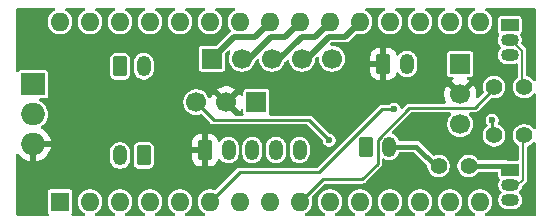
<source format=gbr>
%TF.GenerationSoftware,KiCad,Pcbnew,9.0.6*%
%TF.CreationDate,2026-02-19T20:59:12+01:00*%
%TF.ProjectId,TankIR_Breaker,54616e6b-4952-45f4-9272-65616b65722e,rev?*%
%TF.SameCoordinates,Original*%
%TF.FileFunction,Copper,L1,Top*%
%TF.FilePolarity,Positive*%
%FSLAX46Y46*%
G04 Gerber Fmt 4.6, Leading zero omitted, Abs format (unit mm)*
G04 Created by KiCad (PCBNEW 9.0.6) date 2026-02-19 20:59:12*
%MOMM*%
%LPD*%
G01*
G04 APERTURE LIST*
G04 Aperture macros list*
%AMRoundRect*
0 Rectangle with rounded corners*
0 $1 Rounding radius*
0 $2 $3 $4 $5 $6 $7 $8 $9 X,Y pos of 4 corners*
0 Add a 4 corners polygon primitive as box body*
4,1,4,$2,$3,$4,$5,$6,$7,$8,$9,$2,$3,0*
0 Add four circle primitives for the rounded corners*
1,1,$1+$1,$2,$3*
1,1,$1+$1,$4,$5*
1,1,$1+$1,$6,$7*
1,1,$1+$1,$8,$9*
0 Add four rect primitives between the rounded corners*
20,1,$1+$1,$2,$3,$4,$5,0*
20,1,$1+$1,$4,$5,$6,$7,0*
20,1,$1+$1,$6,$7,$8,$9,0*
20,1,$1+$1,$8,$9,$2,$3,0*%
G04 Aperture macros list end*
%TA.AperFunction,ComponentPad*%
%ADD10O,1.600000X1.600000*%
%TD*%
%TA.AperFunction,ComponentPad*%
%ADD11R,1.600000X1.600000*%
%TD*%
%TA.AperFunction,ComponentPad*%
%ADD12C,1.400000*%
%TD*%
%TA.AperFunction,ComponentPad*%
%ADD13RoundRect,0.250000X-0.350000X-0.625000X0.350000X-0.625000X0.350000X0.625000X-0.350000X0.625000X0*%
%TD*%
%TA.AperFunction,ComponentPad*%
%ADD14O,1.200000X1.750000*%
%TD*%
%TA.AperFunction,ComponentPad*%
%ADD15R,1.500000X1.050000*%
%TD*%
%TA.AperFunction,ComponentPad*%
%ADD16O,1.500000X1.050000*%
%TD*%
%TA.AperFunction,ComponentPad*%
%ADD17R,1.700000X1.700000*%
%TD*%
%TA.AperFunction,ComponentPad*%
%ADD18C,1.700000*%
%TD*%
%TA.AperFunction,ComponentPad*%
%ADD19RoundRect,0.250000X0.350000X0.625000X-0.350000X0.625000X-0.350000X-0.625000X0.350000X-0.625000X0*%
%TD*%
%TA.AperFunction,ComponentPad*%
%ADD20R,2.000000X1.905000*%
%TD*%
%TA.AperFunction,ComponentPad*%
%ADD21O,2.000000X1.905000*%
%TD*%
%TA.AperFunction,ViaPad*%
%ADD22C,0.600000*%
%TD*%
%TA.AperFunction,Conductor*%
%ADD23C,0.450000*%
%TD*%
%TA.AperFunction,Conductor*%
%ADD24C,0.200000*%
%TD*%
%TA.AperFunction,Conductor*%
%ADD25C,0.250000*%
%TD*%
%TA.AperFunction,Conductor*%
%ADD26C,0.500000*%
%TD*%
G04 APERTURE END LIST*
D10*
%TO.P,A1,30,VIN*%
%TO.N,unconnected-(A1-VIN-Pad30)*%
X81520000Y-58280000D03*
%TO.P,A1,29,GND*%
%TO.N,GND*%
X84060000Y-58280000D03*
%TO.P,A1,28,~{RESET}*%
%TO.N,unconnected-(A1-~{RESET}-Pad28)*%
X86600000Y-58280000D03*
%TO.P,A1,27,+5V*%
%TO.N,unconnected-(A1-+5V-Pad27)*%
X89140000Y-58280000D03*
%TO.P,A1,26,A7*%
%TO.N,unconnected-(A1-A7-Pad26)*%
X91680000Y-58280000D03*
%TO.P,A1,25,A6*%
%TO.N,unconnected-(A1-A6-Pad25)*%
X94220000Y-58280000D03*
%TO.P,A1,24,A5*%
%TO.N,unconnected-(A1-A5-Pad24)*%
X96760000Y-58280000D03*
%TO.P,A1,23,A4*%
%TO.N,/SOUND_REP*%
X99300000Y-58280000D03*
%TO.P,A1,22,A3*%
%TO.N,/SOUND_DES*%
X101840000Y-58280000D03*
%TO.P,A1,21,A2*%
%TO.N,/SOUND_HIT*%
X104380000Y-58280000D03*
%TO.P,A1,20,A1*%
%TO.N,/SOUND_FIRE*%
X106920000Y-58280000D03*
%TO.P,A1,19,A0*%
%TO.N,/Trigger*%
X109460000Y-58280000D03*
%TO.P,A1,18,AREF*%
%TO.N,unconnected-(A1-AREF-Pad18)*%
X112000000Y-58280000D03*
%TO.P,A1,17,3V3*%
%TO.N,unconnected-(A1-3V3-Pad17)*%
X114540000Y-58280000D03*
%TO.P,A1,16,D13*%
%TO.N,unconnected-(A1-D13-Pad16)*%
X117080000Y-58280000D03*
%TO.P,A1,15,D12*%
%TO.N,unconnected-(A1-D12-Pad15)*%
X117080000Y-73520000D03*
%TO.P,A1,14,D11*%
%TO.N,unconnected-(A1-D11-Pad14)*%
X114540000Y-73520000D03*
%TO.P,A1,13,D10*%
%TO.N,unconnected-(A1-D10-Pad13)*%
X112000000Y-73520000D03*
%TO.P,A1,12,D9*%
%TO.N,unconnected-(A1-D9-Pad12)*%
X109460000Y-73520000D03*
%TO.P,A1,11,D8*%
%TO.N,/Recoil_OUT*%
X106920000Y-73520000D03*
%TO.P,A1,10,D7*%
%TO.N,/RC_IN*%
X104380000Y-73520000D03*
%TO.P,A1,9,D6*%
%TO.N,/MUZZLE*%
X101840000Y-73520000D03*
%TO.P,A1,8,D5*%
%TO.N,/HIT*%
X99300000Y-73520000D03*
%TO.P,A1,7,D4*%
%TO.N,unconnected-(A1-D4-Pad7)*%
X96760000Y-73520000D03*
%TO.P,A1,6,D3*%
%TO.N,/IR OUT*%
X94220000Y-73520000D03*
%TO.P,A1,5,D2*%
%TO.N,/IR_IN*%
X91680000Y-73520000D03*
%TO.P,A1,4,GND*%
%TO.N,GND*%
X89140000Y-73520000D03*
%TO.P,A1,3,~{RESET}*%
%TO.N,unconnected-(A1-~{RESET}-Pad3)*%
X86600000Y-73520000D03*
%TO.P,A1,2,D0/RX*%
%TO.N,unconnected-(A1-D0{slash}RX-Pad2)*%
X84060000Y-73520000D03*
D11*
%TO.P,A1,1,D1/TX*%
%TO.N,unconnected-(A1-D1{slash}TX-Pad1)*%
X81520000Y-73520000D03*
%TD*%
D12*
%TO.P,R3,1*%
%TO.N,Net-(Q1-C)*%
X116120000Y-70500000D03*
%TO.P,R3,2*%
%TO.N,Net-(J7-Pin_2)*%
X113580000Y-70500000D03*
%TD*%
%TO.P,R2,1*%
%TO.N,/MUZZLE*%
X118280000Y-63800000D03*
%TO.P,R2,2*%
%TO.N,Net-(Q2-B)*%
X120820000Y-63800000D03*
%TD*%
%TO.P,R1,1*%
%TO.N,/IR OUT*%
X118280000Y-67900000D03*
%TO.P,R1,2*%
%TO.N,Net-(Q1-B)*%
X120820000Y-67900000D03*
%TD*%
D13*
%TO.P,J2,1,Pin_1*%
%TO.N,GND*%
X86600000Y-62050000D03*
D14*
%TO.P,J2,2,Pin_2*%
%TO.N,/Trigger*%
X88600000Y-62050000D03*
%TD*%
D15*
%TO.P,Q2,1,C*%
%TO.N,Net-(J8-Pin_2)*%
X119600000Y-58560000D03*
D16*
%TO.P,Q2,2,B*%
%TO.N,Net-(Q2-B)*%
X119600000Y-59830000D03*
%TO.P,Q2,3,E*%
%TO.N,GND*%
X119600000Y-61100000D03*
%TD*%
D17*
%TO.P,J6,1,Pin_1*%
%TO.N,/SOUND_REP*%
X94380000Y-61400000D03*
D18*
%TO.P,J6,2,Pin_2*%
%TO.N,/SOUND_DES*%
X96920000Y-61400000D03*
%TO.P,J6,3,Pin_3*%
%TO.N,/SOUND_HIT*%
X99460000Y-61400000D03*
%TO.P,J6,4,Pin_4*%
%TO.N,/SOUND_FIRE*%
X102000000Y-61400000D03*
%TO.P,J6,5,Pin_5*%
%TO.N,GND*%
X104540000Y-61400000D03*
%TD*%
D13*
%TO.P,J7,1,Pin_1*%
%TO.N,+BATT*%
X107400000Y-68850000D03*
D14*
%TO.P,J7,2,Pin_2*%
%TO.N,Net-(J7-Pin_2)*%
X109400000Y-68850000D03*
%TD*%
D19*
%TO.P,J1,1,Pin_1*%
%TO.N,GND*%
X88600000Y-69600000D03*
D14*
%TO.P,J1,2,Pin_2*%
%TO.N,+BATT*%
X86600000Y-69600000D03*
%TD*%
D13*
%TO.P,J5,1,Pin_1*%
%TO.N,5V*%
X93800000Y-69150000D03*
D14*
%TO.P,J5,2,Pin_2*%
%TO.N,/IR_IN*%
X95800000Y-69150000D03*
%TO.P,J5,3,Pin_3*%
%TO.N,GND*%
X97800000Y-69150000D03*
%TO.P,J5,4,Pin_4*%
X99800000Y-69150000D03*
%TO.P,J5,5,Pin_5*%
%TO.N,/HIT*%
X101800000Y-69150000D03*
%TD*%
D13*
%TO.P,J8,1,Pin_1*%
%TO.N,5V*%
X108900000Y-61850000D03*
D14*
%TO.P,J8,2,Pin_2*%
%TO.N,Net-(J8-Pin_2)*%
X110900000Y-61850000D03*
%TD*%
D15*
%TO.P,Q1,1,C*%
%TO.N,Net-(Q1-C)*%
X119640000Y-70830000D03*
D16*
%TO.P,Q1,2,B*%
%TO.N,Net-(Q1-B)*%
X119640000Y-72100000D03*
%TO.P,Q1,3,E*%
%TO.N,GND*%
X119640000Y-73370000D03*
%TD*%
D17*
%TO.P,J3,1,Pin_1*%
%TO.N,GND*%
X115400000Y-61860000D03*
D18*
%TO.P,J3,2,Pin_2*%
%TO.N,5V*%
X115400000Y-64400000D03*
%TO.P,J3,3,Pin_3*%
%TO.N,/Recoil_OUT*%
X115400000Y-66940000D03*
%TD*%
D20*
%TO.P,U1,1,VI*%
%TO.N,+BATT*%
X79250000Y-63560000D03*
D21*
%TO.P,U1,2,GND*%
%TO.N,GND*%
X79250000Y-66100000D03*
%TO.P,U1,3,VO*%
%TO.N,5V*%
X79250000Y-68640000D03*
%TD*%
D17*
%TO.P,J4,1,Pin_1*%
%TO.N,GND*%
X98140000Y-65100000D03*
D18*
%TO.P,J4,2,Pin_2*%
%TO.N,5V*%
X95600000Y-65100000D03*
%TO.P,J4,3,Pin_3*%
%TO.N,/RC_IN*%
X93060000Y-65100000D03*
%TD*%
D22*
%TO.N,/IR OUT*%
X109800000Y-65700000D03*
X118100000Y-66600000D03*
%TO.N,/RC_IN*%
X104300000Y-68300000D03*
%TD*%
D23*
%TO.N,Net-(J7-Pin_2)*%
X111700000Y-68850000D02*
X109400000Y-68850000D01*
X113350000Y-70500000D02*
X111700000Y-68850000D01*
D24*
%TO.N,Net-(Q1-B)*%
X120247000Y-72100000D02*
X119640000Y-72100000D01*
X120691000Y-71656000D02*
X120247000Y-72100000D01*
X120691000Y-68391000D02*
X120691000Y-71656000D01*
X120200000Y-67900000D02*
X120691000Y-68391000D01*
D23*
%TO.N,Net-(Q1-C)*%
X119310000Y-70500000D02*
X119640000Y-70830000D01*
X116450000Y-70500000D02*
X119310000Y-70500000D01*
D24*
%TO.N,Net-(Q2-B)*%
X119600000Y-59600000D02*
X119400000Y-59400000D01*
X119600000Y-59830000D02*
X119600000Y-59600000D01*
X119723140Y-59830000D02*
X120651000Y-60757860D01*
X119600000Y-59830000D02*
X119723140Y-59830000D01*
X120651000Y-60757860D02*
X120651000Y-63549000D01*
X120651000Y-63549000D02*
X120300000Y-63900000D01*
D25*
%TO.N,/IR OUT*%
X108753486Y-65700000D02*
X109800000Y-65700000D01*
X99900000Y-71000000D02*
X103453486Y-71000000D01*
X118100000Y-67800000D02*
X118200000Y-67900000D01*
X94220000Y-73520000D02*
X96740000Y-71000000D01*
X96740000Y-71000000D02*
X99900000Y-71000000D01*
X103453486Y-71000000D02*
X108753486Y-65700000D01*
X118100000Y-66600000D02*
X118100000Y-67800000D01*
%TO.N,/MUZZLE*%
X111089438Y-65576000D02*
X108400000Y-68265438D01*
X116624000Y-65576000D02*
X111089438Y-65576000D01*
X103760000Y-71600000D02*
X101840000Y-73520000D01*
X118300000Y-63900000D02*
X116624000Y-65576000D01*
X108400000Y-68265438D02*
X108400000Y-70300000D01*
X107100000Y-71600000D02*
X103760000Y-71600000D01*
X108400000Y-70300000D02*
X107100000Y-71600000D01*
%TO.N,/RC_IN*%
X104300000Y-68300000D02*
X102600000Y-66600000D01*
X94560000Y-66600000D02*
X93060000Y-65100000D01*
X102600000Y-66600000D02*
X94560000Y-66600000D01*
D26*
%TO.N,/SOUND_REP*%
X94380000Y-61400000D02*
X96249000Y-59531000D01*
X98049000Y-59531000D02*
X99300000Y-58280000D01*
X96249000Y-59531000D02*
X98049000Y-59531000D01*
%TO.N,/SOUND_DES*%
X99369000Y-59531000D02*
X100589000Y-59531000D01*
X100589000Y-59531000D02*
X101840000Y-58280000D01*
X96920000Y-61400000D02*
X97500000Y-61400000D01*
X97500000Y-61400000D02*
X99369000Y-59531000D01*
%TO.N,/SOUND_FIRE*%
X104269000Y-59531000D02*
X105669000Y-59531000D01*
X102000000Y-61400000D02*
X102400000Y-61400000D01*
X102400000Y-61400000D02*
X104269000Y-59531000D01*
X105669000Y-59531000D02*
X106920000Y-58280000D01*
%TO.N,/SOUND_HIT*%
X100100000Y-61400000D02*
X101969000Y-59531000D01*
X103129000Y-59531000D02*
X104380000Y-58280000D01*
X99460000Y-61400000D02*
X100100000Y-61400000D01*
X101969000Y-59531000D02*
X103129000Y-59531000D01*
%TD*%
%TA.AperFunction,Conductor*%
%TO.N,5V*%
G36*
X96715270Y-65861717D02*
G01*
X96715270Y-65861716D01*
X96754622Y-65807554D01*
X96805015Y-65708654D01*
X96852990Y-65657858D01*
X96920811Y-65641063D01*
X96986946Y-65663600D01*
X97030397Y-65718315D01*
X97039500Y-65764949D01*
X97039500Y-65974678D01*
X97054032Y-66047735D01*
X97056232Y-66053046D01*
X97063701Y-66122515D01*
X97032427Y-66184995D01*
X96972338Y-66220648D01*
X96941671Y-66224500D01*
X96422308Y-66224500D01*
X96355269Y-66204815D01*
X96334627Y-66188181D01*
X95729408Y-65582962D01*
X95792993Y-65565925D01*
X95907007Y-65500099D01*
X96000099Y-65407007D01*
X96065925Y-65292993D01*
X96082962Y-65229409D01*
X96715270Y-65861717D01*
G37*
%TD.AperFunction*%
%TA.AperFunction,Conductor*%
G36*
X81066125Y-57120185D02*
G01*
X81111880Y-57172989D01*
X81121824Y-57242147D01*
X81092799Y-57305703D01*
X81046539Y-57339061D01*
X81022403Y-57349058D01*
X80850342Y-57464024D01*
X80704024Y-57610342D01*
X80589058Y-57782403D01*
X80509870Y-57973579D01*
X80509868Y-57973587D01*
X80469500Y-58176530D01*
X80469500Y-58383469D01*
X80509868Y-58586412D01*
X80509870Y-58586420D01*
X80589058Y-58777596D01*
X80704024Y-58949657D01*
X80850342Y-59095975D01*
X80850345Y-59095977D01*
X81022402Y-59210941D01*
X81213580Y-59290130D01*
X81397838Y-59326781D01*
X81416530Y-59330499D01*
X81416534Y-59330500D01*
X81416535Y-59330500D01*
X81623466Y-59330500D01*
X81623467Y-59330499D01*
X81826420Y-59290130D01*
X82017598Y-59210941D01*
X82189655Y-59095977D01*
X82335977Y-58949655D01*
X82450941Y-58777598D01*
X82530130Y-58586420D01*
X82570500Y-58383465D01*
X82570500Y-58176535D01*
X82530130Y-57973580D01*
X82450941Y-57782402D01*
X82335977Y-57610345D01*
X82335975Y-57610342D01*
X82189657Y-57464024D01*
X82103626Y-57406541D01*
X82017598Y-57349059D01*
X81993461Y-57339061D01*
X81939058Y-57295220D01*
X81916993Y-57228926D01*
X81934272Y-57161227D01*
X81985409Y-57113616D01*
X82040914Y-57100500D01*
X83539086Y-57100500D01*
X83606125Y-57120185D01*
X83651880Y-57172989D01*
X83661824Y-57242147D01*
X83632799Y-57305703D01*
X83586539Y-57339061D01*
X83562403Y-57349058D01*
X83390342Y-57464024D01*
X83244024Y-57610342D01*
X83129058Y-57782403D01*
X83049870Y-57973579D01*
X83049868Y-57973587D01*
X83009500Y-58176530D01*
X83009500Y-58383469D01*
X83049868Y-58586412D01*
X83049870Y-58586420D01*
X83129058Y-58777596D01*
X83244024Y-58949657D01*
X83390342Y-59095975D01*
X83390345Y-59095977D01*
X83562402Y-59210941D01*
X83753580Y-59290130D01*
X83937838Y-59326781D01*
X83956530Y-59330499D01*
X83956534Y-59330500D01*
X83956535Y-59330500D01*
X84163466Y-59330500D01*
X84163467Y-59330499D01*
X84366420Y-59290130D01*
X84557598Y-59210941D01*
X84729655Y-59095977D01*
X84875977Y-58949655D01*
X84990941Y-58777598D01*
X85070130Y-58586420D01*
X85110500Y-58383465D01*
X85110500Y-58176535D01*
X85070130Y-57973580D01*
X84990941Y-57782402D01*
X84875977Y-57610345D01*
X84875975Y-57610342D01*
X84729657Y-57464024D01*
X84643626Y-57406541D01*
X84557598Y-57349059D01*
X84533461Y-57339061D01*
X84479058Y-57295220D01*
X84456993Y-57228926D01*
X84474272Y-57161227D01*
X84525409Y-57113616D01*
X84580914Y-57100500D01*
X86079086Y-57100500D01*
X86146125Y-57120185D01*
X86191880Y-57172989D01*
X86201824Y-57242147D01*
X86172799Y-57305703D01*
X86126539Y-57339061D01*
X86102403Y-57349058D01*
X85930342Y-57464024D01*
X85784024Y-57610342D01*
X85669058Y-57782403D01*
X85589870Y-57973579D01*
X85589868Y-57973587D01*
X85549500Y-58176530D01*
X85549500Y-58383469D01*
X85589868Y-58586412D01*
X85589870Y-58586420D01*
X85669058Y-58777596D01*
X85784024Y-58949657D01*
X85930342Y-59095975D01*
X85930345Y-59095977D01*
X86102402Y-59210941D01*
X86293580Y-59290130D01*
X86477838Y-59326781D01*
X86496530Y-59330499D01*
X86496534Y-59330500D01*
X86496535Y-59330500D01*
X86703466Y-59330500D01*
X86703467Y-59330499D01*
X86906420Y-59290130D01*
X87097598Y-59210941D01*
X87269655Y-59095977D01*
X87415977Y-58949655D01*
X87530941Y-58777598D01*
X87610130Y-58586420D01*
X87650500Y-58383465D01*
X87650500Y-58176535D01*
X87610130Y-57973580D01*
X87530941Y-57782402D01*
X87415977Y-57610345D01*
X87415975Y-57610342D01*
X87269657Y-57464024D01*
X87183626Y-57406541D01*
X87097598Y-57349059D01*
X87073461Y-57339061D01*
X87019058Y-57295220D01*
X86996993Y-57228926D01*
X87014272Y-57161227D01*
X87065409Y-57113616D01*
X87120914Y-57100500D01*
X88619086Y-57100500D01*
X88686125Y-57120185D01*
X88731880Y-57172989D01*
X88741824Y-57242147D01*
X88712799Y-57305703D01*
X88666539Y-57339061D01*
X88642403Y-57349058D01*
X88470342Y-57464024D01*
X88324024Y-57610342D01*
X88209058Y-57782403D01*
X88129870Y-57973579D01*
X88129868Y-57973587D01*
X88089500Y-58176530D01*
X88089500Y-58383469D01*
X88129868Y-58586412D01*
X88129870Y-58586420D01*
X88209058Y-58777596D01*
X88324024Y-58949657D01*
X88470342Y-59095975D01*
X88470345Y-59095977D01*
X88642402Y-59210941D01*
X88833580Y-59290130D01*
X89017838Y-59326781D01*
X89036530Y-59330499D01*
X89036534Y-59330500D01*
X89036535Y-59330500D01*
X89243466Y-59330500D01*
X89243467Y-59330499D01*
X89446420Y-59290130D01*
X89637598Y-59210941D01*
X89809655Y-59095977D01*
X89955977Y-58949655D01*
X90070941Y-58777598D01*
X90150130Y-58586420D01*
X90190500Y-58383465D01*
X90190500Y-58176535D01*
X90150130Y-57973580D01*
X90070941Y-57782402D01*
X89955977Y-57610345D01*
X89955975Y-57610342D01*
X89809657Y-57464024D01*
X89723626Y-57406541D01*
X89637598Y-57349059D01*
X89613461Y-57339061D01*
X89559058Y-57295220D01*
X89536993Y-57228926D01*
X89554272Y-57161227D01*
X89605409Y-57113616D01*
X89660914Y-57100500D01*
X91159086Y-57100500D01*
X91226125Y-57120185D01*
X91271880Y-57172989D01*
X91281824Y-57242147D01*
X91252799Y-57305703D01*
X91206539Y-57339061D01*
X91182403Y-57349058D01*
X91010342Y-57464024D01*
X90864024Y-57610342D01*
X90749058Y-57782403D01*
X90669870Y-57973579D01*
X90669868Y-57973587D01*
X90629500Y-58176530D01*
X90629500Y-58383469D01*
X90669868Y-58586412D01*
X90669870Y-58586420D01*
X90749058Y-58777596D01*
X90864024Y-58949657D01*
X91010342Y-59095975D01*
X91010345Y-59095977D01*
X91182402Y-59210941D01*
X91373580Y-59290130D01*
X91557838Y-59326781D01*
X91576530Y-59330499D01*
X91576534Y-59330500D01*
X91576535Y-59330500D01*
X91783466Y-59330500D01*
X91783467Y-59330499D01*
X91986420Y-59290130D01*
X92177598Y-59210941D01*
X92349655Y-59095977D01*
X92495977Y-58949655D01*
X92610941Y-58777598D01*
X92690130Y-58586420D01*
X92730500Y-58383465D01*
X92730500Y-58176535D01*
X92690130Y-57973580D01*
X92610941Y-57782402D01*
X92495977Y-57610345D01*
X92495975Y-57610342D01*
X92349657Y-57464024D01*
X92263626Y-57406541D01*
X92177598Y-57349059D01*
X92153461Y-57339061D01*
X92099058Y-57295220D01*
X92076993Y-57228926D01*
X92094272Y-57161227D01*
X92145409Y-57113616D01*
X92200914Y-57100500D01*
X93699086Y-57100500D01*
X93766125Y-57120185D01*
X93811880Y-57172989D01*
X93821824Y-57242147D01*
X93792799Y-57305703D01*
X93746539Y-57339061D01*
X93722403Y-57349058D01*
X93550342Y-57464024D01*
X93404024Y-57610342D01*
X93289058Y-57782403D01*
X93209870Y-57973579D01*
X93209868Y-57973587D01*
X93169500Y-58176530D01*
X93169500Y-58383469D01*
X93209868Y-58586412D01*
X93209870Y-58586420D01*
X93289058Y-58777596D01*
X93404024Y-58949657D01*
X93550342Y-59095975D01*
X93550345Y-59095977D01*
X93722402Y-59210941D01*
X93913580Y-59290130D01*
X94097838Y-59326781D01*
X94116530Y-59330499D01*
X94116534Y-59330500D01*
X94116535Y-59330500D01*
X94323466Y-59330500D01*
X94323467Y-59330499D01*
X94526420Y-59290130D01*
X94717598Y-59210941D01*
X94889655Y-59095977D01*
X95035977Y-58949655D01*
X95150941Y-58777598D01*
X95230130Y-58586420D01*
X95270500Y-58383465D01*
X95270500Y-58176535D01*
X95230130Y-57973580D01*
X95150941Y-57782402D01*
X95035977Y-57610345D01*
X95035975Y-57610342D01*
X94889657Y-57464024D01*
X94803626Y-57406541D01*
X94717598Y-57349059D01*
X94693461Y-57339061D01*
X94639058Y-57295220D01*
X94616993Y-57228926D01*
X94634272Y-57161227D01*
X94685409Y-57113616D01*
X94740914Y-57100500D01*
X96239086Y-57100500D01*
X96306125Y-57120185D01*
X96351880Y-57172989D01*
X96361824Y-57242147D01*
X96332799Y-57305703D01*
X96286539Y-57339061D01*
X96262403Y-57349058D01*
X96090342Y-57464024D01*
X95944024Y-57610342D01*
X95829058Y-57782403D01*
X95749870Y-57973579D01*
X95749868Y-57973587D01*
X95709500Y-58176530D01*
X95709500Y-58383469D01*
X95749868Y-58586412D01*
X95749870Y-58586420D01*
X95829058Y-58777596D01*
X95944024Y-58949657D01*
X95945595Y-58951228D01*
X95946154Y-58952252D01*
X95947888Y-58954365D01*
X95947487Y-58954693D01*
X95979080Y-59012551D01*
X95974096Y-59082243D01*
X95945595Y-59126590D01*
X94809005Y-60263181D01*
X94747682Y-60296666D01*
X94721324Y-60299500D01*
X93505323Y-60299500D01*
X93432264Y-60314032D01*
X93432260Y-60314033D01*
X93349399Y-60369399D01*
X93294033Y-60452260D01*
X93294032Y-60452264D01*
X93279500Y-60525321D01*
X93279500Y-62274678D01*
X93294032Y-62347735D01*
X93294033Y-62347739D01*
X93294034Y-62347740D01*
X93349399Y-62430601D01*
X93432260Y-62485966D01*
X93432264Y-62485967D01*
X93505321Y-62500499D01*
X93505324Y-62500500D01*
X93505326Y-62500500D01*
X95254676Y-62500500D01*
X95254677Y-62500499D01*
X95327740Y-62485966D01*
X95410601Y-62430601D01*
X95465966Y-62347740D01*
X95480500Y-62274674D01*
X95480500Y-61058676D01*
X95500185Y-60991637D01*
X95516819Y-60970995D01*
X95614020Y-60873794D01*
X95751541Y-60736272D01*
X95812862Y-60702789D01*
X95882553Y-60707773D01*
X95938487Y-60749644D01*
X95962904Y-60815109D01*
X95949705Y-60880249D01*
X95900129Y-60977549D01*
X95846597Y-61142302D01*
X95819500Y-61313389D01*
X95819500Y-61486610D01*
X95846597Y-61657697D01*
X95846597Y-61657699D01*
X95846598Y-61657701D01*
X95900127Y-61822445D01*
X95978768Y-61976788D01*
X96080586Y-62116928D01*
X96203072Y-62239414D01*
X96343212Y-62341232D01*
X96497555Y-62419873D01*
X96662299Y-62473402D01*
X96833389Y-62500500D01*
X96833390Y-62500500D01*
X97006610Y-62500500D01*
X97006611Y-62500500D01*
X97177701Y-62473402D01*
X97342445Y-62419873D01*
X97496788Y-62341232D01*
X97636928Y-62239414D01*
X97759414Y-62116928D01*
X97861232Y-61976788D01*
X97939873Y-61822445D01*
X97993402Y-61657701D01*
X97995246Y-61646056D01*
X98004362Y-61626824D01*
X98008887Y-61606028D01*
X98023432Y-61586597D01*
X98025174Y-61582924D01*
X98030020Y-61577792D01*
X98154836Y-61452976D01*
X98216157Y-61419493D01*
X98285849Y-61424477D01*
X98341782Y-61466349D01*
X98364988Y-61521261D01*
X98386597Y-61657697D01*
X98386597Y-61657699D01*
X98386598Y-61657701D01*
X98440127Y-61822445D01*
X98518768Y-61976788D01*
X98620586Y-62116928D01*
X98743072Y-62239414D01*
X98883212Y-62341232D01*
X99037555Y-62419873D01*
X99202299Y-62473402D01*
X99373389Y-62500500D01*
X99373390Y-62500500D01*
X99546610Y-62500500D01*
X99546611Y-62500500D01*
X99717701Y-62473402D01*
X99882445Y-62419873D01*
X100036788Y-62341232D01*
X100176928Y-62239414D01*
X100299414Y-62116928D01*
X100401232Y-61976788D01*
X100479873Y-61822445D01*
X100482795Y-61813454D01*
X100516159Y-61710767D01*
X100523146Y-61699364D01*
X100525258Y-61689657D01*
X100546406Y-61661406D01*
X100703039Y-61504773D01*
X100764360Y-61471290D01*
X100834052Y-61476274D01*
X100889985Y-61518146D01*
X100913191Y-61573057D01*
X100926597Y-61657698D01*
X100926598Y-61657701D01*
X100980127Y-61822445D01*
X101058768Y-61976788D01*
X101160586Y-62116928D01*
X101283072Y-62239414D01*
X101423212Y-62341232D01*
X101577555Y-62419873D01*
X101742299Y-62473402D01*
X101913389Y-62500500D01*
X101913390Y-62500500D01*
X102086610Y-62500500D01*
X102086611Y-62500500D01*
X102257701Y-62473402D01*
X102422445Y-62419873D01*
X102576788Y-62341232D01*
X102716928Y-62239414D01*
X102839414Y-62116928D01*
X102941232Y-61976788D01*
X103019873Y-61822445D01*
X103073402Y-61657701D01*
X103100500Y-61486611D01*
X103100500Y-61458675D01*
X103109144Y-61429234D01*
X103115668Y-61399248D01*
X103119422Y-61394232D01*
X103120185Y-61391636D01*
X103136815Y-61370998D01*
X103227820Y-61279993D01*
X103289142Y-61246509D01*
X103358834Y-61251493D01*
X103414767Y-61293365D01*
X103439184Y-61358829D01*
X103439500Y-61367675D01*
X103439500Y-61486610D01*
X103466597Y-61657697D01*
X103466597Y-61657699D01*
X103466598Y-61657701D01*
X103520127Y-61822445D01*
X103598768Y-61976788D01*
X103700586Y-62116928D01*
X103823072Y-62239414D01*
X103963212Y-62341232D01*
X104117555Y-62419873D01*
X104282299Y-62473402D01*
X104453389Y-62500500D01*
X104453390Y-62500500D01*
X104626610Y-62500500D01*
X104626611Y-62500500D01*
X104797701Y-62473402D01*
X104962445Y-62419873D01*
X105116788Y-62341232D01*
X105256928Y-62239414D01*
X105379414Y-62116928D01*
X105481232Y-61976788D01*
X105559873Y-61822445D01*
X105613402Y-61657701D01*
X105640500Y-61486611D01*
X105640500Y-61313389D01*
X105618583Y-61175013D01*
X107800000Y-61175013D01*
X107800000Y-61600000D01*
X108619670Y-61600000D01*
X108599925Y-61619745D01*
X108550556Y-61705255D01*
X108525000Y-61800630D01*
X108525000Y-61899370D01*
X108550556Y-61994745D01*
X108599925Y-62080255D01*
X108619670Y-62100000D01*
X107800001Y-62100000D01*
X107800001Y-62524986D01*
X107810494Y-62627697D01*
X107865641Y-62794119D01*
X107865643Y-62794124D01*
X107957684Y-62943345D01*
X108081654Y-63067315D01*
X108230875Y-63159356D01*
X108230880Y-63159358D01*
X108397302Y-63214505D01*
X108397309Y-63214506D01*
X108500019Y-63224999D01*
X108649999Y-63224999D01*
X108650000Y-63224998D01*
X108650000Y-62130330D01*
X108669745Y-62150075D01*
X108755255Y-62199444D01*
X108850630Y-62225000D01*
X108949370Y-62225000D01*
X109044745Y-62199444D01*
X109130255Y-62150075D01*
X109150000Y-62130330D01*
X109150000Y-63224999D01*
X109299972Y-63224999D01*
X109299986Y-63224998D01*
X109402697Y-63214505D01*
X109569119Y-63159358D01*
X109569124Y-63159356D01*
X109718345Y-63067315D01*
X109842315Y-62943345D01*
X109934356Y-62794124D01*
X109934359Y-62794117D01*
X109983776Y-62644984D01*
X110023548Y-62587539D01*
X110088063Y-62560715D01*
X110156839Y-62573030D01*
X110204584Y-62615096D01*
X110239373Y-62667161D01*
X110239376Y-62667165D01*
X110357837Y-62785626D01*
X110450494Y-62847537D01*
X110497137Y-62878703D01*
X110497138Y-62878703D01*
X110497139Y-62878704D01*
X110525859Y-62890600D01*
X110651918Y-62942816D01*
X110786587Y-62969603D01*
X110816228Y-62975499D01*
X110816232Y-62975500D01*
X110816233Y-62975500D01*
X110983768Y-62975500D01*
X110983769Y-62975499D01*
X111148082Y-62942816D01*
X111302863Y-62878703D01*
X111442162Y-62785626D01*
X111560626Y-62667162D01*
X111653703Y-62527863D01*
X111717816Y-62373082D01*
X111750500Y-62208767D01*
X111750500Y-61491233D01*
X111717816Y-61326918D01*
X111653703Y-61172137D01*
X111615107Y-61114374D01*
X111570844Y-61048129D01*
X111570841Y-61048126D01*
X111560623Y-61032834D01*
X111442162Y-60914373D01*
X111302860Y-60821295D01*
X111148082Y-60757184D01*
X111148074Y-60757182D01*
X110983771Y-60724500D01*
X110983767Y-60724500D01*
X110816233Y-60724500D01*
X110816228Y-60724500D01*
X110651925Y-60757182D01*
X110651917Y-60757184D01*
X110497139Y-60821295D01*
X110357837Y-60914373D01*
X110239376Y-61032834D01*
X110239373Y-61032838D01*
X110204585Y-61084902D01*
X110150972Y-61129707D01*
X110081647Y-61138414D01*
X110018620Y-61108259D01*
X109983777Y-61055015D01*
X109934358Y-60905880D01*
X109934356Y-60905875D01*
X109842315Y-60756654D01*
X109718345Y-60632684D01*
X109569124Y-60540643D01*
X109569119Y-60540641D01*
X109402697Y-60485494D01*
X109402690Y-60485493D01*
X109299986Y-60475000D01*
X109150000Y-60475000D01*
X109150000Y-61569670D01*
X109130255Y-61549925D01*
X109044745Y-61500556D01*
X108949370Y-61475000D01*
X108850630Y-61475000D01*
X108755255Y-61500556D01*
X108669745Y-61549925D01*
X108650000Y-61569670D01*
X108650000Y-60475000D01*
X108500027Y-60475000D01*
X108500012Y-60475001D01*
X108397302Y-60485494D01*
X108230880Y-60540641D01*
X108230875Y-60540643D01*
X108081654Y-60632684D01*
X107957684Y-60756654D01*
X107865643Y-60905875D01*
X107865641Y-60905880D01*
X107810494Y-61072302D01*
X107810493Y-61072309D01*
X107800000Y-61175013D01*
X105618583Y-61175013D01*
X105613402Y-61142299D01*
X105559873Y-60977555D01*
X105481232Y-60823212D01*
X105379414Y-60683072D01*
X105256928Y-60560586D01*
X105116788Y-60458768D01*
X104962445Y-60380127D01*
X104797701Y-60326598D01*
X104797699Y-60326597D01*
X104797698Y-60326597D01*
X104661261Y-60304988D01*
X104626611Y-60299500D01*
X104507676Y-60299500D01*
X104486430Y-60293261D01*
X104464342Y-60291682D01*
X104453558Y-60283609D01*
X104440637Y-60279815D01*
X104426137Y-60263081D01*
X104408409Y-60249810D01*
X104403701Y-60237189D01*
X104394882Y-60227011D01*
X104391730Y-60205093D01*
X104383992Y-60184346D01*
X104386854Y-60171185D01*
X104384938Y-60157853D01*
X104394137Y-60137709D01*
X104398844Y-60116073D01*
X104412112Y-60098347D01*
X104413963Y-60094297D01*
X104419995Y-60087819D01*
X104439995Y-60067819D01*
X104501318Y-60034334D01*
X104527676Y-60031500D01*
X105734890Y-60031500D01*
X105734892Y-60031500D01*
X105862186Y-59997392D01*
X105976314Y-59931500D01*
X106570138Y-59337674D01*
X106631459Y-59304191D01*
X106682005Y-59303740D01*
X106792127Y-59325644D01*
X106816534Y-59330500D01*
X106816535Y-59330500D01*
X107023466Y-59330500D01*
X107023467Y-59330499D01*
X107226420Y-59290130D01*
X107417598Y-59210941D01*
X107589655Y-59095977D01*
X107735977Y-58949655D01*
X107850941Y-58777598D01*
X107930130Y-58586420D01*
X107970500Y-58383465D01*
X107970500Y-58176535D01*
X107930130Y-57973580D01*
X107850941Y-57782402D01*
X107735977Y-57610345D01*
X107735975Y-57610342D01*
X107589657Y-57464024D01*
X107503626Y-57406541D01*
X107417598Y-57349059D01*
X107393461Y-57339061D01*
X107339058Y-57295220D01*
X107316993Y-57228926D01*
X107334272Y-57161227D01*
X107385409Y-57113616D01*
X107440914Y-57100500D01*
X108939086Y-57100500D01*
X109006125Y-57120185D01*
X109051880Y-57172989D01*
X109061824Y-57242147D01*
X109032799Y-57305703D01*
X108986539Y-57339061D01*
X108962403Y-57349058D01*
X108790342Y-57464024D01*
X108644024Y-57610342D01*
X108529058Y-57782403D01*
X108449870Y-57973579D01*
X108449868Y-57973587D01*
X108409500Y-58176530D01*
X108409500Y-58383469D01*
X108449868Y-58586412D01*
X108449870Y-58586420D01*
X108529058Y-58777596D01*
X108644024Y-58949657D01*
X108790342Y-59095975D01*
X108790345Y-59095977D01*
X108962402Y-59210941D01*
X109153580Y-59290130D01*
X109337838Y-59326781D01*
X109356530Y-59330499D01*
X109356534Y-59330500D01*
X109356535Y-59330500D01*
X109563466Y-59330500D01*
X109563467Y-59330499D01*
X109766420Y-59290130D01*
X109957598Y-59210941D01*
X110129655Y-59095977D01*
X110275977Y-58949655D01*
X110390941Y-58777598D01*
X110470130Y-58586420D01*
X110510500Y-58383465D01*
X110510500Y-58176535D01*
X110470130Y-57973580D01*
X110390941Y-57782402D01*
X110275977Y-57610345D01*
X110275975Y-57610342D01*
X110129657Y-57464024D01*
X110043626Y-57406541D01*
X109957598Y-57349059D01*
X109933461Y-57339061D01*
X109879058Y-57295220D01*
X109856993Y-57228926D01*
X109874272Y-57161227D01*
X109925409Y-57113616D01*
X109980914Y-57100500D01*
X111479086Y-57100500D01*
X111546125Y-57120185D01*
X111591880Y-57172989D01*
X111601824Y-57242147D01*
X111572799Y-57305703D01*
X111526539Y-57339061D01*
X111502403Y-57349058D01*
X111330342Y-57464024D01*
X111184024Y-57610342D01*
X111069058Y-57782403D01*
X110989870Y-57973579D01*
X110989868Y-57973587D01*
X110949500Y-58176530D01*
X110949500Y-58383469D01*
X110989868Y-58586412D01*
X110989870Y-58586420D01*
X111069058Y-58777596D01*
X111184024Y-58949657D01*
X111330342Y-59095975D01*
X111330345Y-59095977D01*
X111502402Y-59210941D01*
X111693580Y-59290130D01*
X111877838Y-59326781D01*
X111896530Y-59330499D01*
X111896534Y-59330500D01*
X111896535Y-59330500D01*
X112103466Y-59330500D01*
X112103467Y-59330499D01*
X112306420Y-59290130D01*
X112497598Y-59210941D01*
X112669655Y-59095977D01*
X112815977Y-58949655D01*
X112930941Y-58777598D01*
X113010130Y-58586420D01*
X113050500Y-58383465D01*
X113050500Y-58176535D01*
X113010130Y-57973580D01*
X112930941Y-57782402D01*
X112815977Y-57610345D01*
X112815975Y-57610342D01*
X112669657Y-57464024D01*
X112583626Y-57406541D01*
X112497598Y-57349059D01*
X112473461Y-57339061D01*
X112419058Y-57295220D01*
X112396993Y-57228926D01*
X112414272Y-57161227D01*
X112465409Y-57113616D01*
X112520914Y-57100500D01*
X114019086Y-57100500D01*
X114086125Y-57120185D01*
X114131880Y-57172989D01*
X114141824Y-57242147D01*
X114112799Y-57305703D01*
X114066539Y-57339061D01*
X114042403Y-57349058D01*
X113870342Y-57464024D01*
X113724024Y-57610342D01*
X113609058Y-57782403D01*
X113529870Y-57973579D01*
X113529868Y-57973587D01*
X113489500Y-58176530D01*
X113489500Y-58383469D01*
X113529868Y-58586412D01*
X113529870Y-58586420D01*
X113609058Y-58777596D01*
X113724024Y-58949657D01*
X113870342Y-59095975D01*
X113870345Y-59095977D01*
X114042402Y-59210941D01*
X114233580Y-59290130D01*
X114417838Y-59326781D01*
X114436530Y-59330499D01*
X114436534Y-59330500D01*
X114436535Y-59330500D01*
X114643466Y-59330500D01*
X114643467Y-59330499D01*
X114846420Y-59290130D01*
X115037598Y-59210941D01*
X115209655Y-59095977D01*
X115355977Y-58949655D01*
X115470941Y-58777598D01*
X115550130Y-58586420D01*
X115590500Y-58383465D01*
X115590500Y-58176535D01*
X115550130Y-57973580D01*
X115470941Y-57782402D01*
X115355977Y-57610345D01*
X115355975Y-57610342D01*
X115209657Y-57464024D01*
X115123626Y-57406541D01*
X115037598Y-57349059D01*
X115013461Y-57339061D01*
X114959058Y-57295220D01*
X114936993Y-57228926D01*
X114954272Y-57161227D01*
X115005409Y-57113616D01*
X115060914Y-57100500D01*
X116559086Y-57100500D01*
X116626125Y-57120185D01*
X116671880Y-57172989D01*
X116681824Y-57242147D01*
X116652799Y-57305703D01*
X116606539Y-57339061D01*
X116582403Y-57349058D01*
X116410342Y-57464024D01*
X116264024Y-57610342D01*
X116149058Y-57782403D01*
X116069870Y-57973579D01*
X116069868Y-57973587D01*
X116029500Y-58176530D01*
X116029500Y-58383469D01*
X116069868Y-58586412D01*
X116069870Y-58586420D01*
X116149058Y-58777596D01*
X116264024Y-58949657D01*
X116410342Y-59095975D01*
X116410345Y-59095977D01*
X116582402Y-59210941D01*
X116773580Y-59290130D01*
X116957838Y-59326781D01*
X116976530Y-59330499D01*
X116976534Y-59330500D01*
X116976535Y-59330500D01*
X117183466Y-59330500D01*
X117183467Y-59330499D01*
X117386420Y-59290130D01*
X117577598Y-59210941D01*
X117749655Y-59095977D01*
X117895977Y-58949655D01*
X118010941Y-58777598D01*
X118090130Y-58586420D01*
X118130500Y-58383465D01*
X118130500Y-58176535D01*
X118090130Y-57973580D01*
X118010941Y-57782402D01*
X117895977Y-57610345D01*
X117895975Y-57610342D01*
X117749657Y-57464024D01*
X117663626Y-57406541D01*
X117577598Y-57349059D01*
X117553461Y-57339061D01*
X117499058Y-57295220D01*
X117476993Y-57228926D01*
X117494272Y-57161227D01*
X117545409Y-57113616D01*
X117600914Y-57100500D01*
X121675500Y-57100500D01*
X121742539Y-57120185D01*
X121788294Y-57172989D01*
X121799500Y-57224500D01*
X121799500Y-63146296D01*
X121779815Y-63213335D01*
X121727011Y-63259090D01*
X121657853Y-63269034D01*
X121594297Y-63240009D01*
X121572399Y-63215188D01*
X121558304Y-63194094D01*
X121558299Y-63194088D01*
X121425911Y-63061700D01*
X121425907Y-63061697D01*
X121270237Y-62957681D01*
X121270228Y-62957676D01*
X121097251Y-62886027D01*
X121091419Y-62884258D01*
X121092096Y-62882024D01*
X121039367Y-62854419D01*
X121004814Y-62793691D01*
X121001500Y-62765216D01*
X121001500Y-60711718D01*
X121001500Y-60711716D01*
X120977614Y-60622572D01*
X120967843Y-60605648D01*
X120931470Y-60542648D01*
X120592476Y-60203654D01*
X120558991Y-60142331D01*
X120563975Y-60072639D01*
X120565599Y-60068514D01*
X120565888Y-60067818D01*
X120570698Y-60056205D01*
X120600500Y-59906380D01*
X120600500Y-59753620D01*
X120570698Y-59603795D01*
X120512239Y-59462663D01*
X120495765Y-59438009D01*
X120474888Y-59371332D01*
X120493372Y-59303952D01*
X120522007Y-59274279D01*
X120521965Y-59274237D01*
X120524331Y-59271870D01*
X120529983Y-59266013D01*
X120530601Y-59265601D01*
X120585966Y-59182740D01*
X120600500Y-59109674D01*
X120600500Y-58010326D01*
X120600500Y-58010323D01*
X120600499Y-58010321D01*
X120585967Y-57937264D01*
X120585966Y-57937260D01*
X120530601Y-57854399D01*
X120447740Y-57799034D01*
X120447739Y-57799033D01*
X120447735Y-57799032D01*
X120374677Y-57784500D01*
X120374674Y-57784500D01*
X118825326Y-57784500D01*
X118825323Y-57784500D01*
X118752264Y-57799032D01*
X118752260Y-57799033D01*
X118669399Y-57854399D01*
X118614033Y-57937260D01*
X118614032Y-57937264D01*
X118599500Y-58010321D01*
X118599500Y-59109678D01*
X118614032Y-59182735D01*
X118614033Y-59182739D01*
X118614034Y-59182740D01*
X118669399Y-59265601D01*
X118670016Y-59266013D01*
X118671058Y-59267260D01*
X118678035Y-59274237D01*
X118677411Y-59274860D01*
X118714824Y-59319621D01*
X118723536Y-59388945D01*
X118704234Y-59438007D01*
X118687766Y-59462653D01*
X118687759Y-59462665D01*
X118629302Y-59603794D01*
X118629300Y-59603802D01*
X118599500Y-59753615D01*
X118599500Y-59906384D01*
X118629300Y-60056197D01*
X118629302Y-60056205D01*
X118687759Y-60197334D01*
X118687764Y-60197343D01*
X118772629Y-60324351D01*
X118772632Y-60324355D01*
X118825596Y-60377319D01*
X118859081Y-60438642D01*
X118854097Y-60508334D01*
X118825596Y-60552681D01*
X118772632Y-60605644D01*
X118772629Y-60605648D01*
X118687764Y-60732656D01*
X118687759Y-60732665D01*
X118629302Y-60873794D01*
X118629300Y-60873802D01*
X118599500Y-61023615D01*
X118599500Y-61176384D01*
X118629300Y-61326197D01*
X118629302Y-61326205D01*
X118687759Y-61467334D01*
X118687764Y-61467343D01*
X118772629Y-61594351D01*
X118772632Y-61594355D01*
X118880644Y-61702367D01*
X118880648Y-61702370D01*
X119007656Y-61787235D01*
X119007662Y-61787238D01*
X119007663Y-61787239D01*
X119148795Y-61845698D01*
X119298615Y-61875499D01*
X119298619Y-61875500D01*
X119298620Y-61875500D01*
X119901381Y-61875500D01*
X119901382Y-61875499D01*
X120051205Y-61845698D01*
X120129049Y-61813453D01*
X120198516Y-61805985D01*
X120260995Y-61837260D01*
X120296648Y-61897348D01*
X120300500Y-61928015D01*
X120300500Y-62937682D01*
X120280815Y-63004721D01*
X120245391Y-63040784D01*
X120214092Y-63061697D01*
X120214088Y-63061700D01*
X120081700Y-63194088D01*
X120081697Y-63194092D01*
X119977681Y-63349762D01*
X119977676Y-63349771D01*
X119906027Y-63522748D01*
X119906025Y-63522756D01*
X119869500Y-63706379D01*
X119869500Y-63893620D01*
X119906025Y-64077243D01*
X119906027Y-64077251D01*
X119977676Y-64250228D01*
X119977681Y-64250237D01*
X120081697Y-64405907D01*
X120081700Y-64405911D01*
X120214088Y-64538299D01*
X120214092Y-64538302D01*
X120369762Y-64642318D01*
X120369768Y-64642321D01*
X120369769Y-64642322D01*
X120542749Y-64713973D01*
X120706003Y-64746446D01*
X120726379Y-64750499D01*
X120726383Y-64750500D01*
X120726384Y-64750500D01*
X120913617Y-64750500D01*
X120913618Y-64750499D01*
X121097251Y-64713973D01*
X121270231Y-64642322D01*
X121425908Y-64538302D01*
X121558302Y-64405908D01*
X121572397Y-64384812D01*
X121626009Y-64340007D01*
X121695334Y-64331300D01*
X121758362Y-64361454D01*
X121795082Y-64420897D01*
X121799500Y-64453703D01*
X121799500Y-67246296D01*
X121779815Y-67313335D01*
X121727011Y-67359090D01*
X121657853Y-67369034D01*
X121594297Y-67340009D01*
X121572399Y-67315188D01*
X121558304Y-67294094D01*
X121558299Y-67294088D01*
X121425911Y-67161700D01*
X121425907Y-67161697D01*
X121270237Y-67057681D01*
X121270228Y-67057676D01*
X121097251Y-66986027D01*
X121097243Y-66986025D01*
X120913620Y-66949500D01*
X120913616Y-66949500D01*
X120726384Y-66949500D01*
X120726379Y-66949500D01*
X120542756Y-66986025D01*
X120542748Y-66986027D01*
X120369771Y-67057676D01*
X120369762Y-67057681D01*
X120214092Y-67161697D01*
X120214088Y-67161700D01*
X120081700Y-67294088D01*
X120081697Y-67294092D01*
X119977681Y-67449762D01*
X119977676Y-67449771D01*
X119906027Y-67622748D01*
X119906025Y-67622754D01*
X119884096Y-67732999D01*
X119875200Y-67756667D01*
X119876496Y-67757204D01*
X119873385Y-67764713D01*
X119849501Y-67853852D01*
X119849501Y-67946149D01*
X119873385Y-68035288D01*
X119876496Y-68042798D01*
X119875190Y-68043338D01*
X119884097Y-68067003D01*
X119906025Y-68177243D01*
X119906027Y-68177251D01*
X119977676Y-68350228D01*
X119977681Y-68350237D01*
X120081697Y-68505907D01*
X120081700Y-68505911D01*
X120214089Y-68638300D01*
X120214092Y-68638302D01*
X120285391Y-68685942D01*
X120330195Y-68739553D01*
X120340500Y-68789044D01*
X120340500Y-69930500D01*
X120320815Y-69997539D01*
X120268011Y-70043294D01*
X120216500Y-70054500D01*
X119500887Y-70054500D01*
X119468794Y-70050275D01*
X119429184Y-70039661D01*
X119372601Y-70024500D01*
X119372600Y-70024500D01*
X117011717Y-70024500D01*
X116944678Y-70004815D01*
X116908615Y-69969391D01*
X116858302Y-69894092D01*
X116858300Y-69894089D01*
X116725911Y-69761700D01*
X116725907Y-69761697D01*
X116570237Y-69657681D01*
X116570228Y-69657676D01*
X116397251Y-69586027D01*
X116397243Y-69586025D01*
X116213620Y-69549500D01*
X116213616Y-69549500D01*
X116026384Y-69549500D01*
X116026379Y-69549500D01*
X115842756Y-69586025D01*
X115842748Y-69586027D01*
X115669771Y-69657676D01*
X115669762Y-69657681D01*
X115514092Y-69761697D01*
X115514088Y-69761700D01*
X115381700Y-69894088D01*
X115381697Y-69894092D01*
X115277681Y-70049762D01*
X115277676Y-70049771D01*
X115206027Y-70222748D01*
X115206025Y-70222756D01*
X115169500Y-70406379D01*
X115169500Y-70593620D01*
X115206025Y-70777243D01*
X115206027Y-70777251D01*
X115277676Y-70950228D01*
X115277681Y-70950237D01*
X115381697Y-71105907D01*
X115381700Y-71105911D01*
X115514088Y-71238299D01*
X115514092Y-71238302D01*
X115669762Y-71342318D01*
X115669768Y-71342321D01*
X115669769Y-71342322D01*
X115842749Y-71413973D01*
X116013760Y-71447989D01*
X116026379Y-71450499D01*
X116026383Y-71450500D01*
X116026384Y-71450500D01*
X116213617Y-71450500D01*
X116213618Y-71450499D01*
X116397251Y-71413973D01*
X116570231Y-71342322D01*
X116725908Y-71238302D01*
X116858302Y-71105908D01*
X116908615Y-71030608D01*
X116962227Y-70985804D01*
X117011717Y-70975500D01*
X118515500Y-70975500D01*
X118582539Y-70995185D01*
X118628294Y-71047989D01*
X118639500Y-71099500D01*
X118639500Y-71379678D01*
X118654032Y-71452735D01*
X118654033Y-71452739D01*
X118654034Y-71452740D01*
X118709399Y-71535601D01*
X118710016Y-71536013D01*
X118711058Y-71537260D01*
X118718035Y-71544237D01*
X118717411Y-71544860D01*
X118754824Y-71589621D01*
X118763536Y-71658945D01*
X118744234Y-71708007D01*
X118727766Y-71732653D01*
X118727759Y-71732665D01*
X118669302Y-71873794D01*
X118669300Y-71873802D01*
X118639500Y-72023615D01*
X118639500Y-72176384D01*
X118669300Y-72326197D01*
X118669302Y-72326205D01*
X118727759Y-72467334D01*
X118727764Y-72467343D01*
X118812629Y-72594351D01*
X118812632Y-72594355D01*
X118865596Y-72647319D01*
X118899081Y-72708642D01*
X118894097Y-72778334D01*
X118865596Y-72822681D01*
X118812632Y-72875644D01*
X118812629Y-72875648D01*
X118727764Y-73002656D01*
X118727759Y-73002665D01*
X118669302Y-73143794D01*
X118669300Y-73143802D01*
X118639500Y-73293615D01*
X118639500Y-73446384D01*
X118669300Y-73596197D01*
X118669302Y-73596205D01*
X118727759Y-73737334D01*
X118727764Y-73737343D01*
X118812629Y-73864351D01*
X118812632Y-73864355D01*
X118920644Y-73972367D01*
X118920648Y-73972370D01*
X119047656Y-74057235D01*
X119047662Y-74057238D01*
X119047663Y-74057239D01*
X119188795Y-74115698D01*
X119338615Y-74145499D01*
X119338619Y-74145500D01*
X119338620Y-74145500D01*
X119941381Y-74145500D01*
X119941382Y-74145499D01*
X120091205Y-74115698D01*
X120232337Y-74057239D01*
X120359352Y-73972370D01*
X120467370Y-73864352D01*
X120552239Y-73737337D01*
X120610698Y-73596205D01*
X120640500Y-73446380D01*
X120640500Y-73293620D01*
X120610698Y-73143795D01*
X120552239Y-73002663D01*
X120552238Y-73002662D01*
X120552235Y-73002656D01*
X120467370Y-72875648D01*
X120467367Y-72875644D01*
X120414404Y-72822681D01*
X120380919Y-72761358D01*
X120385903Y-72691666D01*
X120414404Y-72647319D01*
X120467367Y-72594355D01*
X120467370Y-72594352D01*
X120552239Y-72467337D01*
X120610698Y-72326205D01*
X120626755Y-72245478D01*
X120659139Y-72183569D01*
X120660691Y-72181990D01*
X120666301Y-72176380D01*
X120971470Y-71871212D01*
X121017614Y-71791288D01*
X121041500Y-71702144D01*
X121041500Y-71609856D01*
X121041500Y-68919919D01*
X121061185Y-68852880D01*
X121113989Y-68807125D01*
X121118021Y-68805369D01*
X121270231Y-68742322D01*
X121425908Y-68638302D01*
X121558302Y-68505908D01*
X121572397Y-68484812D01*
X121626009Y-68440007D01*
X121695334Y-68431300D01*
X121758362Y-68461454D01*
X121795082Y-68520897D01*
X121799500Y-68553703D01*
X121799500Y-74575500D01*
X121779815Y-74642539D01*
X121727011Y-74688294D01*
X121675500Y-74699500D01*
X117600914Y-74699500D01*
X117533875Y-74679815D01*
X117488120Y-74627011D01*
X117478176Y-74557853D01*
X117507201Y-74494297D01*
X117553461Y-74460939D01*
X117555259Y-74460194D01*
X117577598Y-74450941D01*
X117749655Y-74335977D01*
X117895977Y-74189655D01*
X118010941Y-74017598D01*
X118090130Y-73826420D01*
X118130500Y-73623465D01*
X118130500Y-73416535D01*
X118090130Y-73213580D01*
X118010941Y-73022402D01*
X117895977Y-72850345D01*
X117895975Y-72850342D01*
X117749657Y-72704024D01*
X117585524Y-72594355D01*
X117577598Y-72589059D01*
X117447914Y-72535342D01*
X117386420Y-72509870D01*
X117386412Y-72509868D01*
X117183469Y-72469500D01*
X117183465Y-72469500D01*
X116976535Y-72469500D01*
X116976530Y-72469500D01*
X116773587Y-72509868D01*
X116773579Y-72509870D01*
X116582403Y-72589058D01*
X116410342Y-72704024D01*
X116264024Y-72850342D01*
X116149058Y-73022403D01*
X116069870Y-73213579D01*
X116069868Y-73213587D01*
X116029500Y-73416530D01*
X116029500Y-73623469D01*
X116069868Y-73826412D01*
X116069870Y-73826420D01*
X116130323Y-73972367D01*
X116149059Y-74017598D01*
X116175546Y-74057239D01*
X116264024Y-74189657D01*
X116410342Y-74335975D01*
X116410345Y-74335977D01*
X116582402Y-74450941D01*
X116603191Y-74459552D01*
X116606539Y-74460939D01*
X116660942Y-74504780D01*
X116683007Y-74571074D01*
X116665728Y-74638773D01*
X116614591Y-74686384D01*
X116559086Y-74699500D01*
X115060914Y-74699500D01*
X114993875Y-74679815D01*
X114948120Y-74627011D01*
X114938176Y-74557853D01*
X114967201Y-74494297D01*
X115013461Y-74460939D01*
X115015259Y-74460194D01*
X115037598Y-74450941D01*
X115209655Y-74335977D01*
X115355977Y-74189655D01*
X115470941Y-74017598D01*
X115550130Y-73826420D01*
X115590500Y-73623465D01*
X115590500Y-73416535D01*
X115550130Y-73213580D01*
X115470941Y-73022402D01*
X115355977Y-72850345D01*
X115355975Y-72850342D01*
X115209657Y-72704024D01*
X115045524Y-72594355D01*
X115037598Y-72589059D01*
X114907914Y-72535342D01*
X114846420Y-72509870D01*
X114846412Y-72509868D01*
X114643469Y-72469500D01*
X114643465Y-72469500D01*
X114436535Y-72469500D01*
X114436530Y-72469500D01*
X114233587Y-72509868D01*
X114233579Y-72509870D01*
X114042403Y-72589058D01*
X113870342Y-72704024D01*
X113724024Y-72850342D01*
X113609058Y-73022403D01*
X113529870Y-73213579D01*
X113529868Y-73213587D01*
X113489500Y-73416530D01*
X113489500Y-73623469D01*
X113529868Y-73826412D01*
X113529870Y-73826420D01*
X113590323Y-73972367D01*
X113609059Y-74017598D01*
X113635546Y-74057239D01*
X113724024Y-74189657D01*
X113870342Y-74335975D01*
X113870345Y-74335977D01*
X114042402Y-74450941D01*
X114063191Y-74459552D01*
X114066539Y-74460939D01*
X114120942Y-74504780D01*
X114143007Y-74571074D01*
X114125728Y-74638773D01*
X114074591Y-74686384D01*
X114019086Y-74699500D01*
X112520914Y-74699500D01*
X112453875Y-74679815D01*
X112408120Y-74627011D01*
X112398176Y-74557853D01*
X112427201Y-74494297D01*
X112473461Y-74460939D01*
X112475259Y-74460194D01*
X112497598Y-74450941D01*
X112669655Y-74335977D01*
X112815977Y-74189655D01*
X112930941Y-74017598D01*
X113010130Y-73826420D01*
X113050500Y-73623465D01*
X113050500Y-73416535D01*
X113010130Y-73213580D01*
X112930941Y-73022402D01*
X112815977Y-72850345D01*
X112815975Y-72850342D01*
X112669657Y-72704024D01*
X112505524Y-72594355D01*
X112497598Y-72589059D01*
X112367914Y-72535342D01*
X112306420Y-72509870D01*
X112306412Y-72509868D01*
X112103469Y-72469500D01*
X112103465Y-72469500D01*
X111896535Y-72469500D01*
X111896530Y-72469500D01*
X111693587Y-72509868D01*
X111693579Y-72509870D01*
X111502403Y-72589058D01*
X111330342Y-72704024D01*
X111184024Y-72850342D01*
X111069058Y-73022403D01*
X110989870Y-73213579D01*
X110989868Y-73213587D01*
X110949500Y-73416530D01*
X110949500Y-73623469D01*
X110989868Y-73826412D01*
X110989870Y-73826420D01*
X111050323Y-73972367D01*
X111069059Y-74017598D01*
X111095546Y-74057239D01*
X111184024Y-74189657D01*
X111330342Y-74335975D01*
X111330345Y-74335977D01*
X111502402Y-74450941D01*
X111523191Y-74459552D01*
X111526539Y-74460939D01*
X111580942Y-74504780D01*
X111603007Y-74571074D01*
X111585728Y-74638773D01*
X111534591Y-74686384D01*
X111479086Y-74699500D01*
X109980914Y-74699500D01*
X109913875Y-74679815D01*
X109868120Y-74627011D01*
X109858176Y-74557853D01*
X109887201Y-74494297D01*
X109933461Y-74460939D01*
X109935259Y-74460194D01*
X109957598Y-74450941D01*
X110129655Y-74335977D01*
X110275977Y-74189655D01*
X110390941Y-74017598D01*
X110470130Y-73826420D01*
X110510500Y-73623465D01*
X110510500Y-73416535D01*
X110470130Y-73213580D01*
X110390941Y-73022402D01*
X110275977Y-72850345D01*
X110275975Y-72850342D01*
X110129657Y-72704024D01*
X109965524Y-72594355D01*
X109957598Y-72589059D01*
X109827914Y-72535342D01*
X109766420Y-72509870D01*
X109766412Y-72509868D01*
X109563469Y-72469500D01*
X109563465Y-72469500D01*
X109356535Y-72469500D01*
X109356530Y-72469500D01*
X109153587Y-72509868D01*
X109153579Y-72509870D01*
X108962403Y-72589058D01*
X108790342Y-72704024D01*
X108644024Y-72850342D01*
X108529058Y-73022403D01*
X108449870Y-73213579D01*
X108449868Y-73213587D01*
X108409500Y-73416530D01*
X108409500Y-73623469D01*
X108449868Y-73826412D01*
X108449870Y-73826420D01*
X108510323Y-73972367D01*
X108529059Y-74017598D01*
X108555546Y-74057239D01*
X108644024Y-74189657D01*
X108790342Y-74335975D01*
X108790345Y-74335977D01*
X108962402Y-74450941D01*
X108983191Y-74459552D01*
X108986539Y-74460939D01*
X109040942Y-74504780D01*
X109063007Y-74571074D01*
X109045728Y-74638773D01*
X108994591Y-74686384D01*
X108939086Y-74699500D01*
X107440914Y-74699500D01*
X107373875Y-74679815D01*
X107328120Y-74627011D01*
X107318176Y-74557853D01*
X107347201Y-74494297D01*
X107393461Y-74460939D01*
X107395259Y-74460194D01*
X107417598Y-74450941D01*
X107589655Y-74335977D01*
X107735977Y-74189655D01*
X107850941Y-74017598D01*
X107930130Y-73826420D01*
X107970500Y-73623465D01*
X107970500Y-73416535D01*
X107930130Y-73213580D01*
X107850941Y-73022402D01*
X107735977Y-72850345D01*
X107735975Y-72850342D01*
X107589657Y-72704024D01*
X107425524Y-72594355D01*
X107417598Y-72589059D01*
X107287914Y-72535342D01*
X107226420Y-72509870D01*
X107226412Y-72509868D01*
X107023469Y-72469500D01*
X107023465Y-72469500D01*
X106816535Y-72469500D01*
X106816530Y-72469500D01*
X106613587Y-72509868D01*
X106613579Y-72509870D01*
X106422403Y-72589058D01*
X106250342Y-72704024D01*
X106104024Y-72850342D01*
X105989058Y-73022403D01*
X105909870Y-73213579D01*
X105909868Y-73213587D01*
X105869500Y-73416530D01*
X105869500Y-73623469D01*
X105909868Y-73826412D01*
X105909870Y-73826420D01*
X105970323Y-73972367D01*
X105989059Y-74017598D01*
X106015546Y-74057239D01*
X106104024Y-74189657D01*
X106250342Y-74335975D01*
X106250345Y-74335977D01*
X106422402Y-74450941D01*
X106443191Y-74459552D01*
X106446539Y-74460939D01*
X106500942Y-74504780D01*
X106523007Y-74571074D01*
X106505728Y-74638773D01*
X106454591Y-74686384D01*
X106399086Y-74699500D01*
X104900914Y-74699500D01*
X104833875Y-74679815D01*
X104788120Y-74627011D01*
X104778176Y-74557853D01*
X104807201Y-74494297D01*
X104853461Y-74460939D01*
X104855259Y-74460194D01*
X104877598Y-74450941D01*
X105049655Y-74335977D01*
X105195977Y-74189655D01*
X105310941Y-74017598D01*
X105390130Y-73826420D01*
X105430500Y-73623465D01*
X105430500Y-73416535D01*
X105390130Y-73213580D01*
X105310941Y-73022402D01*
X105195977Y-72850345D01*
X105195975Y-72850342D01*
X105049657Y-72704024D01*
X104885524Y-72594355D01*
X104877598Y-72589059D01*
X104747914Y-72535342D01*
X104686420Y-72509870D01*
X104686412Y-72509868D01*
X104483469Y-72469500D01*
X104483465Y-72469500D01*
X104276535Y-72469500D01*
X104276530Y-72469500D01*
X104073587Y-72509868D01*
X104073579Y-72509870D01*
X103882403Y-72589058D01*
X103710342Y-72704024D01*
X103564024Y-72850342D01*
X103449058Y-73022403D01*
X103369870Y-73213579D01*
X103369868Y-73213587D01*
X103329500Y-73416530D01*
X103329500Y-73623469D01*
X103369868Y-73826412D01*
X103369870Y-73826420D01*
X103430323Y-73972367D01*
X103449059Y-74017598D01*
X103475546Y-74057239D01*
X103564024Y-74189657D01*
X103710342Y-74335975D01*
X103710345Y-74335977D01*
X103882402Y-74450941D01*
X103903191Y-74459552D01*
X103906539Y-74460939D01*
X103960942Y-74504780D01*
X103983007Y-74571074D01*
X103965728Y-74638773D01*
X103914591Y-74686384D01*
X103859086Y-74699500D01*
X102360914Y-74699500D01*
X102293875Y-74679815D01*
X102248120Y-74627011D01*
X102238176Y-74557853D01*
X102267201Y-74494297D01*
X102313461Y-74460939D01*
X102315259Y-74460194D01*
X102337598Y-74450941D01*
X102509655Y-74335977D01*
X102655977Y-74189655D01*
X102770941Y-74017598D01*
X102850130Y-73826420D01*
X102890500Y-73623465D01*
X102890500Y-73416535D01*
X102850130Y-73213580D01*
X102831260Y-73168025D01*
X102823792Y-73098560D01*
X102855066Y-73036080D01*
X102858111Y-73032924D01*
X103879218Y-72011819D01*
X103940541Y-71978334D01*
X103966899Y-71975500D01*
X107149435Y-71975500D01*
X107149436Y-71975500D01*
X107197186Y-71962705D01*
X107244938Y-71949910D01*
X107330562Y-71900475D01*
X107400475Y-71830562D01*
X107400474Y-71830562D01*
X107459043Y-71771993D01*
X108700475Y-70530563D01*
X108749911Y-70444937D01*
X108775500Y-70349436D01*
X108775500Y-70250564D01*
X108775500Y-69962597D01*
X108795185Y-69895558D01*
X108847989Y-69849803D01*
X108917147Y-69839859D01*
X108968389Y-69859494D01*
X108997137Y-69878703D01*
X109151918Y-69942816D01*
X109285516Y-69969390D01*
X109316228Y-69975499D01*
X109316232Y-69975500D01*
X109316233Y-69975500D01*
X109483768Y-69975500D01*
X109483769Y-69975499D01*
X109648082Y-69942816D01*
X109802863Y-69878703D01*
X109942162Y-69785626D01*
X110060626Y-69667162D01*
X110153703Y-69527863D01*
X110205818Y-69402046D01*
X110249659Y-69347644D01*
X110315953Y-69325579D01*
X110320379Y-69325500D01*
X111451679Y-69325500D01*
X111518718Y-69345185D01*
X111539360Y-69361819D01*
X112593181Y-70415640D01*
X112626666Y-70476963D01*
X112629500Y-70503321D01*
X112629500Y-70593620D01*
X112666025Y-70777243D01*
X112666027Y-70777251D01*
X112737676Y-70950228D01*
X112737681Y-70950237D01*
X112841697Y-71105907D01*
X112841700Y-71105911D01*
X112974088Y-71238299D01*
X112974092Y-71238302D01*
X113129762Y-71342318D01*
X113129768Y-71342321D01*
X113129769Y-71342322D01*
X113302749Y-71413973D01*
X113473760Y-71447989D01*
X113486379Y-71450499D01*
X113486383Y-71450500D01*
X113486384Y-71450500D01*
X113673617Y-71450500D01*
X113673618Y-71450499D01*
X113857251Y-71413973D01*
X114030231Y-71342322D01*
X114185908Y-71238302D01*
X114318302Y-71105908D01*
X114422322Y-70950231D01*
X114493973Y-70777251D01*
X114530500Y-70593616D01*
X114530500Y-70406384D01*
X114493973Y-70222749D01*
X114422322Y-70049769D01*
X114422321Y-70049768D01*
X114422318Y-70049762D01*
X114318302Y-69894092D01*
X114318299Y-69894088D01*
X114185911Y-69761700D01*
X114185907Y-69761697D01*
X114030237Y-69657681D01*
X114030228Y-69657676D01*
X113857251Y-69586027D01*
X113857243Y-69586025D01*
X113673620Y-69549500D01*
X113673616Y-69549500D01*
X113486384Y-69549500D01*
X113486379Y-69549500D01*
X113302756Y-69586024D01*
X113302752Y-69586026D01*
X113302750Y-69586026D01*
X113302749Y-69586027D01*
X113299408Y-69587411D01*
X113241929Y-69611219D01*
X113172459Y-69618686D01*
X113109981Y-69587411D01*
X113106797Y-69584338D01*
X111991965Y-68469506D01*
X111991964Y-68469505D01*
X111883536Y-68406905D01*
X111883537Y-68406905D01*
X111843224Y-68396103D01*
X111762601Y-68374500D01*
X111762599Y-68374500D01*
X110320379Y-68374500D01*
X110253340Y-68354815D01*
X110207585Y-68302011D01*
X110205818Y-68297953D01*
X110153704Y-68172139D01*
X110060626Y-68032837D01*
X109942162Y-67914373D01*
X109802860Y-67821295D01*
X109671896Y-67767048D01*
X109617493Y-67723207D01*
X109595428Y-67656912D01*
X109612707Y-67589213D01*
X109631664Y-67564810D01*
X111208657Y-65987819D01*
X111269980Y-65954334D01*
X111296338Y-65951500D01*
X114532796Y-65951500D01*
X114599835Y-65971185D01*
X114645590Y-66023989D01*
X114655534Y-66093147D01*
X114626509Y-66156703D01*
X114620477Y-66163181D01*
X114560588Y-66223069D01*
X114560588Y-66223070D01*
X114560586Y-66223072D01*
X114532316Y-66261982D01*
X114458768Y-66363211D01*
X114380128Y-66517552D01*
X114326597Y-66682302D01*
X114305978Y-66812488D01*
X114299500Y-66853389D01*
X114299500Y-67026611D01*
X114303899Y-67054386D01*
X114324448Y-67184130D01*
X114326598Y-67197701D01*
X114380127Y-67362445D01*
X114458768Y-67516788D01*
X114560586Y-67656928D01*
X114683072Y-67779414D01*
X114823212Y-67881232D01*
X114977555Y-67959873D01*
X115142299Y-68013402D01*
X115313389Y-68040500D01*
X115313390Y-68040500D01*
X115486610Y-68040500D01*
X115486611Y-68040500D01*
X115657701Y-68013402D01*
X115822445Y-67959873D01*
X115976788Y-67881232D01*
X116079814Y-67806379D01*
X117329500Y-67806379D01*
X117329500Y-67993620D01*
X117366025Y-68177243D01*
X117366027Y-68177251D01*
X117437676Y-68350228D01*
X117437681Y-68350237D01*
X117541697Y-68505907D01*
X117541700Y-68505911D01*
X117674088Y-68638299D01*
X117674092Y-68638302D01*
X117829762Y-68742318D01*
X117829768Y-68742321D01*
X117829769Y-68742322D01*
X118002749Y-68813973D01*
X118183493Y-68849925D01*
X118186379Y-68850499D01*
X118186383Y-68850500D01*
X118186384Y-68850500D01*
X118373617Y-68850500D01*
X118373618Y-68850499D01*
X118557251Y-68813973D01*
X118730231Y-68742322D01*
X118885908Y-68638302D01*
X119018302Y-68505908D01*
X119122322Y-68350231D01*
X119193973Y-68177251D01*
X119230500Y-67993616D01*
X119230500Y-67806384D01*
X119193973Y-67622749D01*
X119122322Y-67449769D01*
X119122321Y-67449768D01*
X119122318Y-67449762D01*
X119018302Y-67294092D01*
X119018299Y-67294088D01*
X118885911Y-67161700D01*
X118885907Y-67161697D01*
X118730237Y-67057681D01*
X118730228Y-67057676D01*
X118655229Y-67026611D01*
X118652000Y-67025273D01*
X118597598Y-66981433D01*
X118575533Y-66915139D01*
X118592066Y-66848714D01*
X118612984Y-66812485D01*
X118650500Y-66672475D01*
X118650500Y-66527525D01*
X118612984Y-66387515D01*
X118609628Y-66381703D01*
X118540511Y-66261988D01*
X118540506Y-66261982D01*
X118438017Y-66159493D01*
X118438011Y-66159488D01*
X118312488Y-66087017D01*
X118312489Y-66087017D01*
X118296949Y-66082853D01*
X118172475Y-66049500D01*
X118027525Y-66049500D01*
X117903051Y-66082853D01*
X117887511Y-66087017D01*
X117761988Y-66159488D01*
X117761982Y-66159493D01*
X117659493Y-66261982D01*
X117659488Y-66261988D01*
X117587017Y-66387511D01*
X117587016Y-66387515D01*
X117549500Y-66527525D01*
X117549500Y-66672475D01*
X117587016Y-66812485D01*
X117587017Y-66812488D01*
X117659488Y-66938011D01*
X117659493Y-66938017D01*
X117688181Y-66966705D01*
X117702884Y-66993632D01*
X117719477Y-67019451D01*
X117720368Y-67025651D01*
X117721666Y-67028028D01*
X117724500Y-67054386D01*
X117724500Y-67061737D01*
X117704815Y-67128776D01*
X117677661Y-67156460D01*
X117678794Y-67157840D01*
X117674093Y-67161696D01*
X117674094Y-67161697D01*
X117674085Y-67161704D01*
X117541700Y-67294088D01*
X117541697Y-67294092D01*
X117437681Y-67449762D01*
X117437676Y-67449771D01*
X117366027Y-67622748D01*
X117366025Y-67622756D01*
X117329500Y-67806379D01*
X116079814Y-67806379D01*
X116116928Y-67779414D01*
X116239414Y-67656928D01*
X116341232Y-67516788D01*
X116419873Y-67362445D01*
X116473402Y-67197701D01*
X116500500Y-67026611D01*
X116500500Y-66853389D01*
X116473402Y-66682299D01*
X116419873Y-66517555D01*
X116341232Y-66363212D01*
X116239414Y-66223072D01*
X116179523Y-66163181D01*
X116146038Y-66101858D01*
X116151022Y-66032166D01*
X116192894Y-65976233D01*
X116258358Y-65951816D01*
X116267204Y-65951500D01*
X116673435Y-65951500D01*
X116673436Y-65951500D01*
X116721186Y-65938705D01*
X116768938Y-65925910D01*
X116854562Y-65876475D01*
X116924475Y-65806562D01*
X117967824Y-64763211D01*
X118029145Y-64729728D01*
X118079691Y-64729277D01*
X118166004Y-64746446D01*
X118186383Y-64750500D01*
X118186384Y-64750500D01*
X118373617Y-64750500D01*
X118373618Y-64750499D01*
X118557251Y-64713973D01*
X118730231Y-64642322D01*
X118885908Y-64538302D01*
X119018302Y-64405908D01*
X119122322Y-64250231D01*
X119193973Y-64077251D01*
X119230500Y-63893616D01*
X119230500Y-63706384D01*
X119193973Y-63522749D01*
X119122322Y-63349769D01*
X119122321Y-63349768D01*
X119122318Y-63349762D01*
X119018302Y-63194092D01*
X119018299Y-63194088D01*
X118885911Y-63061700D01*
X118885907Y-63061697D01*
X118730237Y-62957681D01*
X118730228Y-62957676D01*
X118557251Y-62886027D01*
X118557243Y-62886025D01*
X118373620Y-62849500D01*
X118373616Y-62849500D01*
X118186384Y-62849500D01*
X118186379Y-62849500D01*
X118002756Y-62886025D01*
X118002748Y-62886027D01*
X117829771Y-62957676D01*
X117829762Y-62957681D01*
X117674092Y-63061697D01*
X117674088Y-63061700D01*
X117541700Y-63194088D01*
X117541697Y-63194092D01*
X117437681Y-63349762D01*
X117437676Y-63349771D01*
X117366027Y-63522748D01*
X117366025Y-63522756D01*
X117329500Y-63706379D01*
X117329500Y-63893620D01*
X117366024Y-64077243D01*
X117366027Y-64077252D01*
X117400421Y-64160287D01*
X117407890Y-64229757D01*
X117376614Y-64292236D01*
X117373541Y-64295420D01*
X116942184Y-64726777D01*
X116880861Y-64760262D01*
X116811169Y-64755278D01*
X116755236Y-64713406D01*
X116730819Y-64647942D01*
X116732030Y-64619697D01*
X116750000Y-64506244D01*
X116750000Y-64293753D01*
X116716757Y-64083872D01*
X116716757Y-64083869D01*
X116651095Y-63881782D01*
X116554624Y-63692449D01*
X116515270Y-63638282D01*
X116515269Y-63638282D01*
X115882962Y-64270589D01*
X115865925Y-64207007D01*
X115800099Y-64092993D01*
X115707007Y-63999901D01*
X115592993Y-63934075D01*
X115529409Y-63917037D01*
X116161716Y-63284728D01*
X116107550Y-63245375D01*
X116008655Y-63194985D01*
X115957859Y-63147010D01*
X115941064Y-63079189D01*
X115963602Y-63013054D01*
X116018317Y-62969603D01*
X116064950Y-62960500D01*
X116274676Y-62960500D01*
X116274677Y-62960499D01*
X116347740Y-62945966D01*
X116430601Y-62890601D01*
X116485966Y-62807740D01*
X116500500Y-62734674D01*
X116500500Y-60985326D01*
X116500500Y-60985323D01*
X116500499Y-60985321D01*
X116485967Y-60912264D01*
X116485966Y-60912260D01*
X116464577Y-60880249D01*
X116430601Y-60829399D01*
X116347740Y-60774034D01*
X116347739Y-60774033D01*
X116347735Y-60774032D01*
X116274677Y-60759500D01*
X116274674Y-60759500D01*
X114525326Y-60759500D01*
X114525323Y-60759500D01*
X114452264Y-60774032D01*
X114452260Y-60774033D01*
X114369399Y-60829399D01*
X114314033Y-60912260D01*
X114314032Y-60912264D01*
X114299500Y-60985321D01*
X114299500Y-62734678D01*
X114314032Y-62807735D01*
X114314033Y-62807739D01*
X114314034Y-62807740D01*
X114369399Y-62890601D01*
X114439862Y-62937682D01*
X114452260Y-62945966D01*
X114452264Y-62945967D01*
X114525321Y-62960499D01*
X114525324Y-62960500D01*
X114735051Y-62960500D01*
X114802090Y-62980185D01*
X114847845Y-63032989D01*
X114857789Y-63102147D01*
X114828764Y-63165703D01*
X114791346Y-63194985D01*
X114692439Y-63245380D01*
X114638282Y-63284727D01*
X114638282Y-63284728D01*
X115270591Y-63917037D01*
X115207007Y-63934075D01*
X115092993Y-63999901D01*
X114999901Y-64092993D01*
X114934075Y-64207007D01*
X114917037Y-64270591D01*
X114284728Y-63638282D01*
X114284727Y-63638282D01*
X114245380Y-63692439D01*
X114148904Y-63881782D01*
X114083242Y-64083869D01*
X114083242Y-64083872D01*
X114050000Y-64293753D01*
X114050000Y-64506246D01*
X114083242Y-64716127D01*
X114083242Y-64716130D01*
X114148904Y-64918217D01*
X114200870Y-65020205D01*
X114213766Y-65088874D01*
X114187490Y-65153615D01*
X114130383Y-65193872D01*
X114090385Y-65200500D01*
X111040002Y-65200500D01*
X110944501Y-65226089D01*
X110944498Y-65226090D01*
X110858878Y-65275522D01*
X110858873Y-65275526D01*
X110535413Y-65598986D01*
X110474090Y-65632471D01*
X110404398Y-65627487D01*
X110348465Y-65585615D01*
X110327959Y-65543402D01*
X110312984Y-65487515D01*
X110302577Y-65469490D01*
X110240511Y-65361988D01*
X110240506Y-65361982D01*
X110138017Y-65259493D01*
X110138011Y-65259488D01*
X110012488Y-65187017D01*
X110012489Y-65187017D01*
X109995269Y-65182403D01*
X109872475Y-65149500D01*
X109727525Y-65149500D01*
X109604731Y-65182403D01*
X109587511Y-65187017D01*
X109461988Y-65259488D01*
X109461982Y-65259493D01*
X109433295Y-65288181D01*
X109371972Y-65321666D01*
X109345614Y-65324500D01*
X108704050Y-65324500D01*
X108656298Y-65337295D01*
X108656297Y-65337294D01*
X108608552Y-65350088D01*
X108608545Y-65350091D01*
X108584612Y-65363908D01*
X108565736Y-65374807D01*
X108555032Y-65380986D01*
X108522926Y-65399522D01*
X108522921Y-65399526D01*
X103334268Y-70588181D01*
X103272945Y-70621666D01*
X103246587Y-70624500D01*
X96690563Y-70624500D01*
X96674878Y-70628702D01*
X96674879Y-70628703D01*
X96595060Y-70650090D01*
X96595059Y-70650091D01*
X96509436Y-70699526D01*
X96509437Y-70699526D01*
X94707104Y-72501857D01*
X94645781Y-72535342D01*
X94576089Y-72530358D01*
X94571972Y-72528738D01*
X94570980Y-72528327D01*
X94526420Y-72509870D01*
X94526416Y-72509869D01*
X94526412Y-72509867D01*
X94323469Y-72469500D01*
X94323465Y-72469500D01*
X94116535Y-72469500D01*
X94116530Y-72469500D01*
X93913587Y-72509868D01*
X93913579Y-72509870D01*
X93722403Y-72589058D01*
X93550342Y-72704024D01*
X93404024Y-72850342D01*
X93289058Y-73022403D01*
X93209870Y-73213579D01*
X93209868Y-73213587D01*
X93169500Y-73416530D01*
X93169500Y-73623469D01*
X93209868Y-73826412D01*
X93209870Y-73826420D01*
X93270323Y-73972367D01*
X93289059Y-74017598D01*
X93315546Y-74057239D01*
X93404024Y-74189657D01*
X93550342Y-74335975D01*
X93550345Y-74335977D01*
X93722402Y-74450941D01*
X93743191Y-74459552D01*
X93746539Y-74460939D01*
X93800942Y-74504780D01*
X93823007Y-74571074D01*
X93805728Y-74638773D01*
X93754591Y-74686384D01*
X93699086Y-74699500D01*
X92200914Y-74699500D01*
X92133875Y-74679815D01*
X92088120Y-74627011D01*
X92078176Y-74557853D01*
X92107201Y-74494297D01*
X92153461Y-74460939D01*
X92155259Y-74460194D01*
X92177598Y-74450941D01*
X92349655Y-74335977D01*
X92495977Y-74189655D01*
X92610941Y-74017598D01*
X92690130Y-73826420D01*
X92730500Y-73623465D01*
X92730500Y-73416535D01*
X92690130Y-73213580D01*
X92610941Y-73022402D01*
X92495977Y-72850345D01*
X92495975Y-72850342D01*
X92349657Y-72704024D01*
X92185524Y-72594355D01*
X92177598Y-72589059D01*
X92047914Y-72535342D01*
X91986420Y-72509870D01*
X91986412Y-72509868D01*
X91783469Y-72469500D01*
X91783465Y-72469500D01*
X91576535Y-72469500D01*
X91576530Y-72469500D01*
X91373587Y-72509868D01*
X91373579Y-72509870D01*
X91182403Y-72589058D01*
X91010342Y-72704024D01*
X90864024Y-72850342D01*
X90749058Y-73022403D01*
X90669870Y-73213579D01*
X90669868Y-73213587D01*
X90629500Y-73416530D01*
X90629500Y-73623469D01*
X90669868Y-73826412D01*
X90669870Y-73826420D01*
X90730323Y-73972367D01*
X90749059Y-74017598D01*
X90775546Y-74057239D01*
X90864024Y-74189657D01*
X91010342Y-74335975D01*
X91010345Y-74335977D01*
X91182402Y-74450941D01*
X91203191Y-74459552D01*
X91206539Y-74460939D01*
X91260942Y-74504780D01*
X91283007Y-74571074D01*
X91265728Y-74638773D01*
X91214591Y-74686384D01*
X91159086Y-74699500D01*
X89660914Y-74699500D01*
X89593875Y-74679815D01*
X89548120Y-74627011D01*
X89538176Y-74557853D01*
X89567201Y-74494297D01*
X89613461Y-74460939D01*
X89615259Y-74460194D01*
X89637598Y-74450941D01*
X89809655Y-74335977D01*
X89955977Y-74189655D01*
X90070941Y-74017598D01*
X90150130Y-73826420D01*
X90190500Y-73623465D01*
X90190500Y-73416535D01*
X90150130Y-73213580D01*
X90070941Y-73022402D01*
X89955977Y-72850345D01*
X89955975Y-72850342D01*
X89809657Y-72704024D01*
X89645524Y-72594355D01*
X89637598Y-72589059D01*
X89507914Y-72535342D01*
X89446420Y-72509870D01*
X89446412Y-72509868D01*
X89243469Y-72469500D01*
X89243465Y-72469500D01*
X89036535Y-72469500D01*
X89036530Y-72469500D01*
X88833587Y-72509868D01*
X88833579Y-72509870D01*
X88642403Y-72589058D01*
X88470342Y-72704024D01*
X88324024Y-72850342D01*
X88209058Y-73022403D01*
X88129870Y-73213579D01*
X88129868Y-73213587D01*
X88089500Y-73416530D01*
X88089500Y-73623469D01*
X88129868Y-73826412D01*
X88129870Y-73826420D01*
X88190323Y-73972367D01*
X88209059Y-74017598D01*
X88235546Y-74057239D01*
X88324024Y-74189657D01*
X88470342Y-74335975D01*
X88470345Y-74335977D01*
X88642402Y-74450941D01*
X88663191Y-74459552D01*
X88666539Y-74460939D01*
X88720942Y-74504780D01*
X88743007Y-74571074D01*
X88725728Y-74638773D01*
X88674591Y-74686384D01*
X88619086Y-74699500D01*
X87120914Y-74699500D01*
X87053875Y-74679815D01*
X87008120Y-74627011D01*
X86998176Y-74557853D01*
X87027201Y-74494297D01*
X87073461Y-74460939D01*
X87075259Y-74460194D01*
X87097598Y-74450941D01*
X87269655Y-74335977D01*
X87415977Y-74189655D01*
X87530941Y-74017598D01*
X87610130Y-73826420D01*
X87650500Y-73623465D01*
X87650500Y-73416535D01*
X87610130Y-73213580D01*
X87530941Y-73022402D01*
X87415977Y-72850345D01*
X87415975Y-72850342D01*
X87269657Y-72704024D01*
X87105524Y-72594355D01*
X87097598Y-72589059D01*
X86967914Y-72535342D01*
X86906420Y-72509870D01*
X86906412Y-72509868D01*
X86703469Y-72469500D01*
X86703465Y-72469500D01*
X86496535Y-72469500D01*
X86496530Y-72469500D01*
X86293587Y-72509868D01*
X86293579Y-72509870D01*
X86102403Y-72589058D01*
X85930342Y-72704024D01*
X85784024Y-72850342D01*
X85669058Y-73022403D01*
X85589870Y-73213579D01*
X85589868Y-73213587D01*
X85549500Y-73416530D01*
X85549500Y-73623469D01*
X85589868Y-73826412D01*
X85589870Y-73826420D01*
X85650323Y-73972367D01*
X85669059Y-74017598D01*
X85695546Y-74057239D01*
X85784024Y-74189657D01*
X85930342Y-74335975D01*
X85930345Y-74335977D01*
X86102402Y-74450941D01*
X86123191Y-74459552D01*
X86126539Y-74460939D01*
X86180942Y-74504780D01*
X86203007Y-74571074D01*
X86185728Y-74638773D01*
X86134591Y-74686384D01*
X86079086Y-74699500D01*
X84580914Y-74699500D01*
X84513875Y-74679815D01*
X84468120Y-74627011D01*
X84458176Y-74557853D01*
X84487201Y-74494297D01*
X84533461Y-74460939D01*
X84535259Y-74460194D01*
X84557598Y-74450941D01*
X84729655Y-74335977D01*
X84875977Y-74189655D01*
X84990941Y-74017598D01*
X85070130Y-73826420D01*
X85110500Y-73623465D01*
X85110500Y-73416535D01*
X85070130Y-73213580D01*
X84990941Y-73022402D01*
X84875977Y-72850345D01*
X84875975Y-72850342D01*
X84729657Y-72704024D01*
X84565524Y-72594355D01*
X84557598Y-72589059D01*
X84427914Y-72535342D01*
X84366420Y-72509870D01*
X84366412Y-72509868D01*
X84163469Y-72469500D01*
X84163465Y-72469500D01*
X83956535Y-72469500D01*
X83956530Y-72469500D01*
X83753587Y-72509868D01*
X83753579Y-72509870D01*
X83562403Y-72589058D01*
X83390342Y-72704024D01*
X83244024Y-72850342D01*
X83129058Y-73022403D01*
X83049870Y-73213579D01*
X83049868Y-73213587D01*
X83009500Y-73416530D01*
X83009500Y-73623469D01*
X83049868Y-73826412D01*
X83049870Y-73826420D01*
X83110323Y-73972367D01*
X83129059Y-74017598D01*
X83155546Y-74057239D01*
X83244024Y-74189657D01*
X83390342Y-74335975D01*
X83390345Y-74335977D01*
X83562402Y-74450941D01*
X83583191Y-74459552D01*
X83586539Y-74460939D01*
X83640942Y-74504780D01*
X83663007Y-74571074D01*
X83645728Y-74638773D01*
X83594591Y-74686384D01*
X83539086Y-74699500D01*
X82599688Y-74699500D01*
X82532649Y-74679815D01*
X82486894Y-74627011D01*
X82476950Y-74557853D01*
X82496586Y-74506610D01*
X82555964Y-74417743D01*
X82555964Y-74417742D01*
X82555966Y-74417740D01*
X82570500Y-74344674D01*
X82570500Y-72695326D01*
X82570500Y-72695323D01*
X82570499Y-72695321D01*
X82555967Y-72622264D01*
X82555966Y-72622260D01*
X82500601Y-72539399D01*
X82417740Y-72484034D01*
X82417739Y-72484033D01*
X82417735Y-72484032D01*
X82344677Y-72469500D01*
X82344674Y-72469500D01*
X80695326Y-72469500D01*
X80695323Y-72469500D01*
X80622264Y-72484032D01*
X80622260Y-72484033D01*
X80539399Y-72539399D01*
X80484033Y-72622260D01*
X80484032Y-72622264D01*
X80469500Y-72695321D01*
X80469500Y-74344678D01*
X80484032Y-74417735D01*
X80484035Y-74417743D01*
X80543414Y-74506610D01*
X80564292Y-74573287D01*
X80545807Y-74640667D01*
X80493828Y-74687357D01*
X80440312Y-74699500D01*
X77924500Y-74699500D01*
X77857461Y-74679815D01*
X77811706Y-74627011D01*
X77800500Y-74575500D01*
X77800500Y-69563085D01*
X77820185Y-69496046D01*
X77872989Y-69450291D01*
X77942147Y-69440347D01*
X78005703Y-69469372D01*
X78024818Y-69490200D01*
X78094592Y-69586236D01*
X78094597Y-69586242D01*
X78256257Y-69747902D01*
X78441223Y-69882288D01*
X78644929Y-69986082D01*
X78862371Y-70056734D01*
X79000000Y-70078532D01*
X79000000Y-69130747D01*
X79037708Y-69152518D01*
X79177591Y-69190000D01*
X79322409Y-69190000D01*
X79462292Y-69152518D01*
X79500000Y-69130747D01*
X79500000Y-70078531D01*
X79637628Y-70056734D01*
X79855070Y-69986082D01*
X80058776Y-69882288D01*
X80243742Y-69747902D01*
X80405402Y-69586242D01*
X80539788Y-69401276D01*
X80621336Y-69241228D01*
X85749500Y-69241228D01*
X85749500Y-69958771D01*
X85782182Y-70123074D01*
X85782184Y-70123082D01*
X85846295Y-70277860D01*
X85939373Y-70417162D01*
X86057837Y-70535626D01*
X86186605Y-70621666D01*
X86197137Y-70628703D01*
X86351918Y-70692816D01*
X86516223Y-70725498D01*
X86516228Y-70725499D01*
X86516232Y-70725500D01*
X86516233Y-70725500D01*
X86683768Y-70725500D01*
X86683769Y-70725499D01*
X86848082Y-70692816D01*
X87002863Y-70628703D01*
X87142162Y-70535626D01*
X87260626Y-70417162D01*
X87353703Y-70277863D01*
X87417816Y-70123082D01*
X87450500Y-69958767D01*
X87450500Y-69241233D01*
X87417816Y-69076918D01*
X87363577Y-68945975D01*
X87355774Y-68927135D01*
X87749500Y-68927135D01*
X87749500Y-70272870D01*
X87749501Y-70272876D01*
X87755908Y-70332483D01*
X87806202Y-70467328D01*
X87806206Y-70467335D01*
X87892452Y-70582544D01*
X87892455Y-70582547D01*
X88007664Y-70668793D01*
X88007671Y-70668797D01*
X88142517Y-70719091D01*
X88142516Y-70719091D01*
X88149444Y-70719835D01*
X88202127Y-70725500D01*
X88997872Y-70725499D01*
X89057483Y-70719091D01*
X89192331Y-70668796D01*
X89307546Y-70582546D01*
X89393796Y-70467331D01*
X89444091Y-70332483D01*
X89450500Y-70272873D01*
X89450499Y-68927128D01*
X89444091Y-68867517D01*
X89438412Y-68852292D01*
X89393797Y-68732671D01*
X89393793Y-68732664D01*
X89307547Y-68617455D01*
X89307544Y-68617452D01*
X89245666Y-68571130D01*
X89192335Y-68531206D01*
X89192328Y-68531202D01*
X89057482Y-68480908D01*
X89057483Y-68480908D01*
X89002646Y-68475013D01*
X92700000Y-68475013D01*
X92700000Y-68900000D01*
X93519670Y-68900000D01*
X93499925Y-68919745D01*
X93450556Y-69005255D01*
X93425000Y-69100630D01*
X93425000Y-69199370D01*
X93450556Y-69294745D01*
X93499925Y-69380255D01*
X93519670Y-69400000D01*
X92700001Y-69400000D01*
X92700001Y-69824986D01*
X92710494Y-69927697D01*
X92765641Y-70094119D01*
X92765643Y-70094124D01*
X92857684Y-70243345D01*
X92981654Y-70367315D01*
X93130875Y-70459356D01*
X93130880Y-70459358D01*
X93297302Y-70514505D01*
X93297309Y-70514506D01*
X93400019Y-70524999D01*
X93549999Y-70524999D01*
X93550000Y-70524998D01*
X93550000Y-69430330D01*
X93569745Y-69450075D01*
X93655255Y-69499444D01*
X93750630Y-69525000D01*
X93849370Y-69525000D01*
X93944745Y-69499444D01*
X94030255Y-69450075D01*
X94050000Y-69430330D01*
X94050000Y-70524999D01*
X94199972Y-70524999D01*
X94199986Y-70524998D01*
X94302697Y-70514505D01*
X94469119Y-70459358D01*
X94469124Y-70459356D01*
X94618345Y-70367315D01*
X94742315Y-70243345D01*
X94834356Y-70094124D01*
X94834359Y-70094117D01*
X94883776Y-69944984D01*
X94923548Y-69887539D01*
X94988063Y-69860715D01*
X95056839Y-69873030D01*
X95104584Y-69915096D01*
X95139373Y-69967161D01*
X95139376Y-69967165D01*
X95257837Y-70085626D01*
X95345892Y-70144462D01*
X95397137Y-70178703D01*
X95397138Y-70178703D01*
X95397139Y-70178704D01*
X95432201Y-70193227D01*
X95551918Y-70242816D01*
X95716228Y-70275499D01*
X95716232Y-70275500D01*
X95716233Y-70275500D01*
X95883768Y-70275500D01*
X95883769Y-70275499D01*
X96048082Y-70242816D01*
X96202863Y-70178703D01*
X96342162Y-70085626D01*
X96460626Y-69967162D01*
X96553703Y-69827863D01*
X96617816Y-69673082D01*
X96650500Y-69508767D01*
X96650500Y-68791233D01*
X96650499Y-68791228D01*
X96949500Y-68791228D01*
X96949500Y-69508771D01*
X96982182Y-69673074D01*
X96982184Y-69673082D01*
X97046295Y-69827860D01*
X97139373Y-69967162D01*
X97257837Y-70085626D01*
X97345892Y-70144462D01*
X97397137Y-70178703D01*
X97397138Y-70178703D01*
X97397139Y-70178704D01*
X97432201Y-70193227D01*
X97551918Y-70242816D01*
X97716228Y-70275499D01*
X97716232Y-70275500D01*
X97716233Y-70275500D01*
X97883768Y-70275500D01*
X97883769Y-70275499D01*
X98048082Y-70242816D01*
X98202863Y-70178703D01*
X98342162Y-70085626D01*
X98460626Y-69967162D01*
X98553703Y-69827863D01*
X98617816Y-69673082D01*
X98650500Y-69508767D01*
X98650500Y-68791233D01*
X98650499Y-68791228D01*
X98949500Y-68791228D01*
X98949500Y-69508771D01*
X98982182Y-69673074D01*
X98982184Y-69673082D01*
X99046295Y-69827860D01*
X99139373Y-69967162D01*
X99257837Y-70085626D01*
X99345892Y-70144462D01*
X99397137Y-70178703D01*
X99397138Y-70178703D01*
X99397139Y-70178704D01*
X99432201Y-70193227D01*
X99551918Y-70242816D01*
X99716228Y-70275499D01*
X99716232Y-70275500D01*
X99716233Y-70275500D01*
X99883768Y-70275500D01*
X99883769Y-70275499D01*
X100048082Y-70242816D01*
X100202863Y-70178703D01*
X100342162Y-70085626D01*
X100460626Y-69967162D01*
X100553703Y-69827863D01*
X100617816Y-69673082D01*
X100650500Y-69508767D01*
X100650500Y-68791233D01*
X100650499Y-68791228D01*
X100949500Y-68791228D01*
X100949500Y-69508771D01*
X100982182Y-69673074D01*
X100982184Y-69673082D01*
X101046295Y-69827860D01*
X101139373Y-69967162D01*
X101257837Y-70085626D01*
X101345892Y-70144462D01*
X101397137Y-70178703D01*
X101397138Y-70178703D01*
X101397139Y-70178704D01*
X101432201Y-70193227D01*
X101551918Y-70242816D01*
X101716228Y-70275499D01*
X101716232Y-70275500D01*
X101716233Y-70275500D01*
X101883768Y-70275500D01*
X101883769Y-70275499D01*
X102048082Y-70242816D01*
X102202863Y-70178703D01*
X102342162Y-70085626D01*
X102460626Y-69967162D01*
X102553703Y-69827863D01*
X102617816Y-69673082D01*
X102650500Y-69508767D01*
X102650500Y-68791233D01*
X102617816Y-68626918D01*
X102553703Y-68472137D01*
X102486995Y-68372302D01*
X102460626Y-68332837D01*
X102342162Y-68214373D01*
X102202860Y-68121295D01*
X102048082Y-68057184D01*
X102048074Y-68057182D01*
X101883771Y-68024500D01*
X101883767Y-68024500D01*
X101716233Y-68024500D01*
X101716228Y-68024500D01*
X101551925Y-68057182D01*
X101551917Y-68057184D01*
X101397139Y-68121295D01*
X101257837Y-68214373D01*
X101139373Y-68332837D01*
X101046295Y-68472139D01*
X100982184Y-68626917D01*
X100982182Y-68626925D01*
X100949500Y-68791228D01*
X100650499Y-68791228D01*
X100617816Y-68626918D01*
X100553703Y-68472137D01*
X100486995Y-68372302D01*
X100460626Y-68332837D01*
X100342162Y-68214373D01*
X100202860Y-68121295D01*
X100048082Y-68057184D01*
X100048074Y-68057182D01*
X99883771Y-68024500D01*
X99883767Y-68024500D01*
X99716233Y-68024500D01*
X99716228Y-68024500D01*
X99551925Y-68057182D01*
X99551917Y-68057184D01*
X99397139Y-68121295D01*
X99257837Y-68214373D01*
X99139373Y-68332837D01*
X99046295Y-68472139D01*
X98982184Y-68626917D01*
X98982182Y-68626925D01*
X98949500Y-68791228D01*
X98650499Y-68791228D01*
X98617816Y-68626918D01*
X98553703Y-68472137D01*
X98486995Y-68372302D01*
X98460626Y-68332837D01*
X98342162Y-68214373D01*
X98202860Y-68121295D01*
X98048082Y-68057184D01*
X98048074Y-68057182D01*
X97883771Y-68024500D01*
X97883767Y-68024500D01*
X97716233Y-68024500D01*
X97716228Y-68024500D01*
X97551925Y-68057182D01*
X97551917Y-68057184D01*
X97397139Y-68121295D01*
X97257837Y-68214373D01*
X97139373Y-68332837D01*
X97046295Y-68472139D01*
X96982184Y-68626917D01*
X96982182Y-68626925D01*
X96949500Y-68791228D01*
X96650499Y-68791228D01*
X96617816Y-68626918D01*
X96553703Y-68472137D01*
X96486995Y-68372302D01*
X96460626Y-68332837D01*
X96342162Y-68214373D01*
X96202860Y-68121295D01*
X96048082Y-68057184D01*
X96048074Y-68057182D01*
X95883771Y-68024500D01*
X95883767Y-68024500D01*
X95716233Y-68024500D01*
X95716228Y-68024500D01*
X95551925Y-68057182D01*
X95551917Y-68057184D01*
X95397139Y-68121295D01*
X95257837Y-68214373D01*
X95139376Y-68332834D01*
X95139373Y-68332838D01*
X95104585Y-68384902D01*
X95050972Y-68429707D01*
X94981647Y-68438414D01*
X94918620Y-68408259D01*
X94883777Y-68355015D01*
X94834358Y-68205880D01*
X94834356Y-68205875D01*
X94742315Y-68056654D01*
X94618345Y-67932684D01*
X94469124Y-67840643D01*
X94469119Y-67840641D01*
X94302697Y-67785494D01*
X94302690Y-67785493D01*
X94199986Y-67775000D01*
X94050000Y-67775000D01*
X94050000Y-68869670D01*
X94030255Y-68849925D01*
X93944745Y-68800556D01*
X93849370Y-68775000D01*
X93750630Y-68775000D01*
X93655255Y-68800556D01*
X93569745Y-68849925D01*
X93550000Y-68869670D01*
X93550000Y-67775000D01*
X93400027Y-67775000D01*
X93400012Y-67775001D01*
X93297302Y-67785494D01*
X93130880Y-67840641D01*
X93130875Y-67840643D01*
X92981654Y-67932684D01*
X92857684Y-68056654D01*
X92765643Y-68205875D01*
X92765641Y-68205880D01*
X92710494Y-68372302D01*
X92710493Y-68372309D01*
X92700000Y-68475013D01*
X89002646Y-68475013D01*
X88997883Y-68474501D01*
X88997881Y-68474500D01*
X88997873Y-68474500D01*
X88997864Y-68474500D01*
X88202129Y-68474500D01*
X88202123Y-68474501D01*
X88142516Y-68480908D01*
X88007671Y-68531202D01*
X88007664Y-68531206D01*
X87892455Y-68617452D01*
X87892452Y-68617455D01*
X87806206Y-68732664D01*
X87806202Y-68732671D01*
X87755908Y-68867517D01*
X87750036Y-68922139D01*
X87749501Y-68927123D01*
X87749500Y-68927135D01*
X87355774Y-68927135D01*
X87353705Y-68922141D01*
X87353704Y-68922139D01*
X87352104Y-68919745D01*
X87307034Y-68852292D01*
X87260626Y-68782837D01*
X87142162Y-68664373D01*
X87002860Y-68571295D01*
X86848082Y-68507184D01*
X86848074Y-68507182D01*
X86683771Y-68474500D01*
X86683767Y-68474500D01*
X86516233Y-68474500D01*
X86516228Y-68474500D01*
X86351925Y-68507182D01*
X86351917Y-68507184D01*
X86197139Y-68571295D01*
X86057837Y-68664373D01*
X85939373Y-68782837D01*
X85846295Y-68922139D01*
X85782184Y-69076917D01*
X85782182Y-69076925D01*
X85749500Y-69241228D01*
X80621336Y-69241228D01*
X80643581Y-69197570D01*
X80643824Y-69196825D01*
X80643824Y-69196824D01*
X80643825Y-69196822D01*
X80714234Y-68980128D01*
X80728509Y-68890000D01*
X79740748Y-68890000D01*
X79762518Y-68852292D01*
X79800000Y-68712409D01*
X79800000Y-68567591D01*
X79762518Y-68427708D01*
X79740748Y-68390000D01*
X80728509Y-68390000D01*
X80714234Y-68299871D01*
X80643582Y-68082429D01*
X80539788Y-67878723D01*
X80405402Y-67693757D01*
X80243742Y-67532097D01*
X80058776Y-67397711D01*
X79944733Y-67339603D01*
X79893937Y-67291628D01*
X79877142Y-67223807D01*
X79899680Y-67157672D01*
X79928140Y-67128802D01*
X80081202Y-67017597D01*
X80215097Y-66883702D01*
X80326398Y-66730509D01*
X80412364Y-66561792D01*
X80470878Y-66381703D01*
X80500500Y-66194678D01*
X80500500Y-66005322D01*
X80470878Y-65818297D01*
X80435253Y-65708654D01*
X80412365Y-65638210D01*
X80412364Y-65638207D01*
X80364056Y-65543398D01*
X80326398Y-65469491D01*
X80215097Y-65316298D01*
X80081202Y-65182403D01*
X79928009Y-65071102D01*
X79814742Y-65013389D01*
X91959500Y-65013389D01*
X91959500Y-65186610D01*
X91985392Y-65350091D01*
X91986598Y-65357701D01*
X92040127Y-65522445D01*
X92118768Y-65676788D01*
X92220586Y-65816928D01*
X92343072Y-65939414D01*
X92483212Y-66041232D01*
X92637555Y-66119873D01*
X92802299Y-66173402D01*
X92973389Y-66200500D01*
X92973390Y-66200500D01*
X93146610Y-66200500D01*
X93146611Y-66200500D01*
X93317701Y-66173402D01*
X93460289Y-66127071D01*
X93530126Y-66125077D01*
X93586285Y-66157322D01*
X94259525Y-66830562D01*
X94329438Y-66900475D01*
X94394463Y-66938017D01*
X94415062Y-66949910D01*
X94462811Y-66962705D01*
X94462812Y-66962705D01*
X94472903Y-66965408D01*
X94510564Y-66975500D01*
X94510565Y-66975500D01*
X102393101Y-66975500D01*
X102460140Y-66995185D01*
X102480782Y-67011819D01*
X103713181Y-68244218D01*
X103746666Y-68305541D01*
X103749500Y-68331899D01*
X103749500Y-68372475D01*
X103785595Y-68507182D01*
X103787017Y-68512488D01*
X103859488Y-68638011D01*
X103859490Y-68638013D01*
X103859491Y-68638015D01*
X103961985Y-68740509D01*
X103961986Y-68740510D01*
X103961988Y-68740511D01*
X104087511Y-68812982D01*
X104087512Y-68812982D01*
X104087515Y-68812984D01*
X104227525Y-68850500D01*
X104227528Y-68850500D01*
X104372472Y-68850500D01*
X104372475Y-68850500D01*
X104512485Y-68812984D01*
X104638015Y-68740509D01*
X104740509Y-68638015D01*
X104812984Y-68512485D01*
X104850500Y-68372475D01*
X104850500Y-68227525D01*
X104812984Y-68087515D01*
X104801141Y-68067003D01*
X104740511Y-67961988D01*
X104740506Y-67961982D01*
X104638017Y-67859493D01*
X104638011Y-67859488D01*
X104512488Y-67787017D01*
X104512489Y-67787017D01*
X104501006Y-67783940D01*
X104372475Y-67749500D01*
X104372472Y-67749500D01*
X104331899Y-67749500D01*
X104264860Y-67729815D01*
X104244218Y-67713181D01*
X102830563Y-66299526D01*
X102830562Y-66299525D01*
X102744940Y-66250091D01*
X102744939Y-66250090D01*
X102657993Y-66226793D01*
X102657993Y-66226792D01*
X102657990Y-66226792D01*
X102649437Y-66224500D01*
X102649436Y-66224500D01*
X102649435Y-66224500D01*
X99338329Y-66224500D01*
X99271290Y-66204815D01*
X99225535Y-66152011D01*
X99215591Y-66082853D01*
X99223768Y-66053046D01*
X99225963Y-66047744D01*
X99225966Y-66047740D01*
X99240500Y-65974674D01*
X99240500Y-64225326D01*
X99240500Y-64225323D01*
X99240499Y-64225321D01*
X99225967Y-64152264D01*
X99225966Y-64152260D01*
X99219426Y-64142472D01*
X99170601Y-64069399D01*
X99087740Y-64014034D01*
X99087739Y-64014033D01*
X99087735Y-64014032D01*
X99014677Y-63999500D01*
X99014674Y-63999500D01*
X97265326Y-63999500D01*
X97265323Y-63999500D01*
X97192264Y-64014032D01*
X97192260Y-64014033D01*
X97109399Y-64069399D01*
X97054033Y-64152260D01*
X97054032Y-64152264D01*
X97039500Y-64225321D01*
X97039500Y-64435050D01*
X97019815Y-64502089D01*
X96967011Y-64547844D01*
X96897853Y-64557788D01*
X96834297Y-64528763D01*
X96805015Y-64491345D01*
X96754624Y-64392450D01*
X96715270Y-64338282D01*
X96715269Y-64338282D01*
X96082962Y-64970590D01*
X96065925Y-64907007D01*
X96000099Y-64792993D01*
X95907007Y-64699901D01*
X95792993Y-64634075D01*
X95729409Y-64617037D01*
X96361716Y-63984728D01*
X96307550Y-63945375D01*
X96118217Y-63848904D01*
X95916129Y-63783242D01*
X95706246Y-63750000D01*
X95493754Y-63750000D01*
X95283872Y-63783242D01*
X95283869Y-63783242D01*
X95081782Y-63848904D01*
X94892439Y-63945380D01*
X94838282Y-63984727D01*
X94838282Y-63984728D01*
X95470591Y-64617037D01*
X95407007Y-64634075D01*
X95292993Y-64699901D01*
X95199901Y-64792993D01*
X95134075Y-64907007D01*
X95117037Y-64970591D01*
X94484728Y-64338282D01*
X94484727Y-64338282D01*
X94445380Y-64392439D01*
X94348904Y-64581783D01*
X94316760Y-64680712D01*
X94277322Y-64738388D01*
X94212964Y-64765586D01*
X94144117Y-64753671D01*
X94092642Y-64706427D01*
X94080898Y-64680712D01*
X94079873Y-64677555D01*
X94001232Y-64523212D01*
X93899414Y-64383072D01*
X93776928Y-64260586D01*
X93636788Y-64158768D01*
X93482445Y-64080127D01*
X93317701Y-64026598D01*
X93317699Y-64026597D01*
X93317698Y-64026597D01*
X93186271Y-64005781D01*
X93146611Y-63999500D01*
X92973389Y-63999500D01*
X92933728Y-64005781D01*
X92802302Y-64026597D01*
X92637552Y-64080128D01*
X92483211Y-64158768D01*
X92416817Y-64207007D01*
X92343072Y-64260586D01*
X92343070Y-64260588D01*
X92343069Y-64260588D01*
X92220588Y-64383069D01*
X92220588Y-64383070D01*
X92220586Y-64383072D01*
X92182822Y-64435050D01*
X92118768Y-64523211D01*
X92040128Y-64677552D01*
X91986597Y-64842302D01*
X91959500Y-65013389D01*
X79814742Y-65013389D01*
X79780927Y-64996159D01*
X79778379Y-64994706D01*
X79756087Y-64971568D01*
X79732732Y-64949510D01*
X79732004Y-64946570D01*
X79729902Y-64944389D01*
X79723657Y-64912863D01*
X79715937Y-64881689D01*
X79716913Y-64878822D01*
X79716325Y-64875851D01*
X79728113Y-64845959D01*
X79738475Y-64815554D01*
X79740846Y-64813670D01*
X79741958Y-64810853D01*
X79768029Y-64792083D01*
X79793190Y-64772103D01*
X79796748Y-64771408D01*
X79798662Y-64770031D01*
X79805711Y-64769658D01*
X79839823Y-64763000D01*
X80274676Y-64763000D01*
X80274677Y-64762999D01*
X80347740Y-64748466D01*
X80430601Y-64693101D01*
X80485966Y-64610240D01*
X80500500Y-64537174D01*
X80500500Y-62582826D01*
X80500500Y-62582823D01*
X80500499Y-62582821D01*
X80485967Y-62509764D01*
X80485966Y-62509760D01*
X80479778Y-62500499D01*
X80430601Y-62426899D01*
X80347740Y-62371534D01*
X80347739Y-62371533D01*
X80347735Y-62371532D01*
X80274677Y-62357000D01*
X80274674Y-62357000D01*
X78225326Y-62357000D01*
X78225323Y-62357000D01*
X78152264Y-62371532D01*
X78152260Y-62371533D01*
X78069398Y-62426899D01*
X78027602Y-62489453D01*
X77973990Y-62534258D01*
X77904665Y-62542965D01*
X77841637Y-62512811D01*
X77804918Y-62453368D01*
X77800500Y-62420562D01*
X77800500Y-61377135D01*
X85749500Y-61377135D01*
X85749500Y-62722870D01*
X85749501Y-62722876D01*
X85755908Y-62782483D01*
X85806202Y-62917328D01*
X85806206Y-62917335D01*
X85892452Y-63032544D01*
X85892455Y-63032547D01*
X86007664Y-63118793D01*
X86007671Y-63118797D01*
X86142517Y-63169091D01*
X86142516Y-63169091D01*
X86149444Y-63169835D01*
X86202127Y-63175500D01*
X86997872Y-63175499D01*
X87057483Y-63169091D01*
X87192331Y-63118796D01*
X87307546Y-63032546D01*
X87393796Y-62917331D01*
X87444091Y-62782483D01*
X87450500Y-62722873D01*
X87450499Y-61691228D01*
X87749500Y-61691228D01*
X87749500Y-62408771D01*
X87782182Y-62573074D01*
X87782184Y-62573082D01*
X87846295Y-62727860D01*
X87939373Y-62867162D01*
X88057837Y-62985626D01*
X88128055Y-63032544D01*
X88197137Y-63078703D01*
X88351918Y-63142816D01*
X88516223Y-63175498D01*
X88516228Y-63175499D01*
X88516232Y-63175500D01*
X88516233Y-63175500D01*
X88683768Y-63175500D01*
X88683769Y-63175499D01*
X88848082Y-63142816D01*
X89002863Y-63078703D01*
X89142162Y-62985626D01*
X89260626Y-62867162D01*
X89353703Y-62727863D01*
X89417816Y-62573082D01*
X89450500Y-62408767D01*
X89450500Y-61691233D01*
X89417816Y-61526918D01*
X89355771Y-61377129D01*
X89353704Y-61372139D01*
X89350721Y-61367675D01*
X89262784Y-61236067D01*
X89260626Y-61232837D01*
X89142162Y-61114373D01*
X89002860Y-61021295D01*
X88848082Y-60957184D01*
X88848074Y-60957182D01*
X88683771Y-60924500D01*
X88683767Y-60924500D01*
X88516233Y-60924500D01*
X88516228Y-60924500D01*
X88351925Y-60957182D01*
X88351917Y-60957184D01*
X88197139Y-61021295D01*
X88057837Y-61114373D01*
X87939373Y-61232837D01*
X87846295Y-61372139D01*
X87782184Y-61526917D01*
X87782182Y-61526925D01*
X87749500Y-61691228D01*
X87450499Y-61691228D01*
X87450499Y-61377128D01*
X87444091Y-61317517D01*
X87442551Y-61313389D01*
X87393797Y-61182671D01*
X87393793Y-61182664D01*
X87307547Y-61067455D01*
X87307544Y-61067452D01*
X87192335Y-60981206D01*
X87192328Y-60981202D01*
X87057482Y-60930908D01*
X87057483Y-60930908D01*
X86997883Y-60924501D01*
X86997881Y-60924500D01*
X86997873Y-60924500D01*
X86997864Y-60924500D01*
X86202129Y-60924500D01*
X86202123Y-60924501D01*
X86142516Y-60930908D01*
X86007671Y-60981202D01*
X86007664Y-60981206D01*
X85892455Y-61067452D01*
X85892452Y-61067455D01*
X85806206Y-61182664D01*
X85806202Y-61182671D01*
X85755908Y-61317517D01*
X85750036Y-61372139D01*
X85749501Y-61377123D01*
X85749500Y-61377135D01*
X77800500Y-61377135D01*
X77800500Y-57224500D01*
X77820185Y-57157461D01*
X77872989Y-57111706D01*
X77924500Y-57100500D01*
X80999086Y-57100500D01*
X81066125Y-57120185D01*
G37*
%TD.AperFunction*%
%TD*%
M02*

</source>
